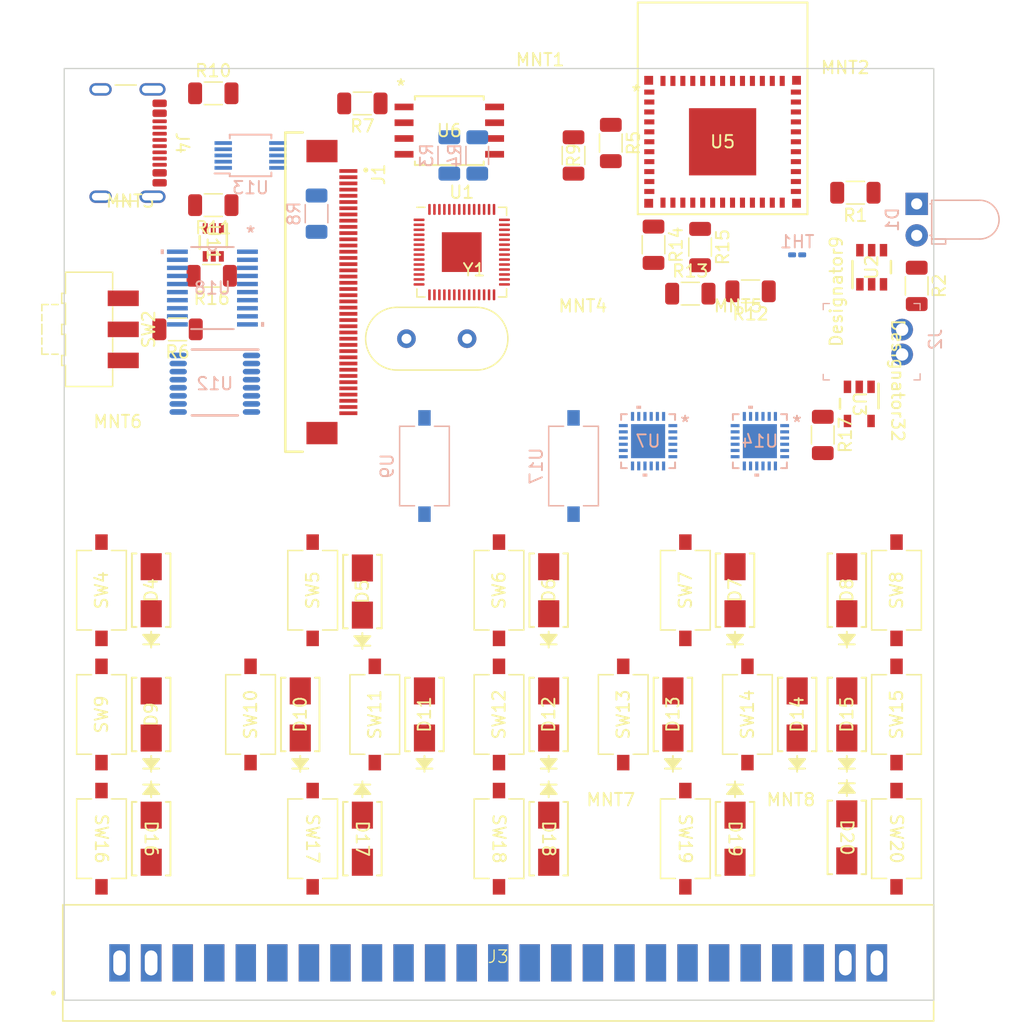
<source format=kicad_pcb>
(kicad_pcb (version 20221018) (generator pcbnew)
  (layers (0 "F.Cu" signal) (31 "B.Cu" signal) (34 "B.Paste" user) (35 "F.Paste" user) (36 "B.SilkS" user "B.Silkscreen") (37 "F.SilkS" user "F.Silkscreen") (38 "B.Mask" user) (39 "F.Mask" user) (44 "Edge.Cuts" user))
  (net 0 "")
  (net 1 "GND")
  (net 2 "Net-(U2-OUT)")
  (net 3 "/RP2040_UART0_TX")
  (net 4 "/RP2040_UART0_RX")
  (net 5 "/DISP_CONN/LEDA")
  (net 6 "/DISP_CONN/RESET")
  (net 7 "/DISP_CONN/DB15")
  (net 8 "/DISP_CONN/DB14")
  (net 9 "/DISP_CONN/DB13")
  (net 10 "/DISP_CONN/DB12")
  (net 11 "/DISP_CONN/DB11")
  (net 12 "/DISP_CONN/DB10")
  (net 13 "/DISP_CONN/DB9")
  (net 14 "/DISP_CONN/DB8")
  (net 15 "/DISP_CONN/DB7")
  (net 16 "/DISP_CONN/DB6")
  (net 17 "/DISP_CONN/DB5")
  (net 18 "/DISP_CONN/DB4")
  (net 19 "Net-(U1-XIN)")
  (net 20 "Net-(U1-XOUT)")
  (net 21 "Net-(U1-VREG_VOUT)")
  (net 22 "/RP2040_SWCLK")
  (net 23 "/RP2040_SWD")
  (net 24 "/DISP_CONN/DB3")
  (net 25 "/DISP_CONN/DB2")
  (net 26 "/DISP_CONN/DB1")
  (net 27 "/DISP_CONN/DB0")
  (net 28 "/DISP_CONN/RD")
  (net 29 "/DISP_CONN/WR")
  (net 30 "/DISP_CONN/RS (D{slash}C)")
  (net 31 "/DISP_CONN/CS")
  (net 32 "/RP2040_CHIP_EN_OUT")
  (net 34 "Net-(U1-USB_DM)")
  (net 35 "Net-(U1-USB_DP)")
  (net 36 "Net-(U1-QSPI_SD3)")
  (net 37 "Net-(U1-QSPI_SCLK)")
  (net 38 "Net-(U1-QSPI_SD0)")
  (net 39 "Net-(U1-QSPI_SD2)")
  (net 40 "Net-(U1-QSPI_SD1)")
  (net 41 "Net-(U1-QSPI_SS)")
  (net 42 "Net-(U2-TS)")
  (net 43 "Net-(D1-K)")
  (net 44 "Net-(U2-ISET)")
  (net 45 "VBUS")
  (net 48 "/RUN_MODE")
  (net 49 "/FLASH_LATCH")
  (net 50 "/LATCH_PULSE")
  (net 51 "+3.3V")
  (net 54 "/CHIP_EN")
  (net 55 "/GPIO_I2C_SDA")
  (net 56 "/GPIO_I2C_SCL")
  (net 57 "/64_GPIO_I2C/~{INT}")
  (net 58 "/64_GPIO_I2C/~{RESET}")
  (net 59 "/ESP32/D-")
  (net 60 "/ESP32/D+")
  (net 61 "/ESP32/IO_14")
  (net 63 "/ESP32/IO_18")
  (net 64 "/GPIO_I2C_INT")
  (net 65 "/ESP32/IO_20")
  (net 66 "/ESP32/IO_21")
  (net 67 "/ESP32/IO_22")
  (net 68 "/ESP32/IO_23")
  (net 73 "/KPA0")
  (net 74 "/KPA1")
  (net 75 "/KPA2")
  (net 76 "/KPA3")
  (net 77 "/KPA4")
  (net 78 "/KPA5")
  (net 79 "/KPA6")
  (net 80 "/KPA7")
  (net 81 "/KPA8")
  (net 82 "/KPA9")
  (net 83 "/KPA10")
  (net 84 "/KPA11")
  (net 85 "/KPA12")
  (net 86 "/KPA13")
  (net 87 "/KPA14")
  (net 88 "/KPA15")
  (net 93 "Net-(U12-B0)")
  (net 94 "/RP2040_BOOTPIN")
  (net 96 "/MODE_MUX/D+")
  (net 97 "/MODE_MUX/D-")
  (net 98 "/MODE_MUX/D- Y")
  (net 99 "/MODE_MUX/D+ Y")
  (net 100 "/KPB0")
  (net 101 "/KPB1")
  (net 102 "/KPB2")
  (net 103 "/KPB3")
  (net 104 "/KPB4")
  (net 105 "/KPB5")
  (net 106 "/KPB6")
  (net 107 "/KPB7")
  (net 108 "/KPB8")
  (net 109 "/KPB9")
  (net 110 "/KPB10")
  (net 111 "/KPB11")
  (net 112 "/KPB12")
  (net 113 "/KPB13")
  (net 114 "/KPB14")
  (net 115 "/KPB15")
  (net 117 "Net-(J4-CC1)")
  (net 119 "Net-(J4-CC2)")
  (net 121 "Net-(D1-A)")
  (net 122 "/PWR_RP2040")
  (net 137 "/MODE_PIN")
  (net 138 "/FLASH_PIN")
  (net 139 "/ESP32_UART0_RX")
  (net 140 "/ESP32_UART0_TX")
  (net 141 "/GLOBAL_RESET_PIN")
  (net 142 "VCC")
  (net 143 "Net-(SW2-B)")
  (net 144 "Net-(D4-A)")
  (net 145 "Net-(D5-A)")
  (net 146 "Net-(D6-A)")
  (net 147 "Net-(D7-A)")
  (net 148 "Net-(D8-A)")
  (net 149 "Net-(D9-A)")
  (net 150 "Net-(D10-A)")
  (net 151 "Net-(D11-A)")
  (net 152 "Net-(D12-A)")
  (net 153 "Net-(D13-A)")
  (net 154 "Net-(D14-A)")
  (net 155 "Net-(D15-A)")
  (net 156 "Net-(D16-A)")
  (net 157 "Net-(D17-A)")
  (net 158 "Net-(D18-A)")
  (net 159 "Net-(D19-A)")
  (net 160 "Net-(D20-A)")
  (net 161 "/ESP32/LP_UART_RXD")
  (net 162 "/ESP32/LP_UART_TXD")
  (net 163 "/ESP32/LP_UART_RTSN")
  (net 164 "/ESP32/LP_UART_CTSN")
  (footprint "footprints:SMA_SDS" (layer "F.Cu") (at 27 82 -90)
    (fp_text reference "D16" (at 0 0 -90 unlocked) (layer "F.SilkS"))
    (fp_text value "D_Small")
    (pad "1" smd rect (at -1.8951 0) (size 1.7018 2.173999) (layers "F.Cu" "F.Paste" "F.Mask") (net 114 "/KPB14"))
    (pad "2" smd rect (at 1.8951 0) (size 1.7018 2.173999) (layers "F.Cu" "F.Paste" "F.Mask") (net 156 "Net-(D16-A)"))
  )
  (footprint "Button_Switch_SMD:SW_Tactile_SPST_NO_Straight_CK_PTS636Sx25SMTRLFS" (layer "F.Cu") (at 70 62 90)
    (fp_text reference "SW7" (at 0 0 90 unlocked) (layer "F.SilkS"))
    (fp_text value "KP_HOME")
    (pad "1" smd rect (at -3.875 0 90) (size 1.25 1) (layers "F.Cu" "F.Paste" "F.Mask") (net 73 "/KPA0"))
    (pad "2" smd rect (at 3.875 0 90) (size 1.25 1) (layers "F.Cu" "F.Paste" "F.Mask") (net 147 "Net-(D7-A)"))
  )
  (footprint "footprints:DBV0005A_N" (layer "F.Cu") (at 84 47 -90)
    (fp_text reference "U3" (at 0 0 -90 unlocked) (layer "F.SilkS"))
    (fp_text value "TPS613221ADBVR")
    (fp_text user "Designator32" (at -1.8796 -3.0988 -90 unlocked) (layer "F.SilkS"))
    (pad "1" smd rect (at -1.375001 -0.950001) (size 0.599999 1) (layers "F.Cu" "F.Paste" "F.Mask") (net 2 "Net-(U2-OUT)"))
    (pad "2" smd rect (at -1.375001 0) (size 0.599999 1) (layers "F.Cu" "F.Paste" "F.Mask") (net 1 "GND"))
    (pad "3" smd rect (at -1.375001 0.949998) (size 0.599999 1) (layers "F.Cu" "F.Paste" "F.Mask"))
    (pad "4" smd rect (at 1.374999 0.949998) (size 0.599999 1) (layers "F.Cu" "F.Paste" "F.Mask") (net 142 "VCC"))
    (pad "5" smd rect (at 1.374999 -0.950001) (size 0.599999 1) (layers "F.Cu" "F.Paste" "F.Mask"))
  )
  (footprint "MountingHole:MountingHole_2.2mm_M2" (layer "F.Cu") (at 24.3125 51.625)
    (fp_text reference "MNT6" (at 0 -3.2) (layer "F.SilkS"))
    (fp_text value "MountingHole_2.2mm_M2")
    (pad "" np_thru_hole circle (at 0 0) (size 2.2 2.2) (drill 2.2) (layers "*.Cu" "*.Mask"))
  )
  (footprint "Resistor_SMD:R_1206_3216Metric" (layer "F.Cu") (at 29.125 41 180)
    (fp_text reference "R6" (at 0 -1.82) (layer "F.SilkS"))
    (fp_text value "10k")
    (pad "1" smd roundrect (at -1.4625 0 180) (size 1.125 1.75) (layers "F.Cu" "F.Paste" "F.Mask") (roundrect_rratio 0.2222222222) (net 137 "/MODE_PIN"))
    (pad "2" smd roundrect (at 1.4625 0 180) (size 1.125 1.75) (layers "F.Cu" "F.Paste" "F.Mask") (roundrect_rratio 0.2222222222) (net 143 "Net-(SW2-B)"))
  )
  (footprint "Resistor_SMD:R_1206_3216Metric" (layer "F.Cu") (at 81.0625 49.5 -90)
    (fp_text reference "R17" (at 0 -1.82 90) (layer "F.SilkS"))
    (fp_text value "10k")
    (pad "1" smd roundrect (at -1.4625 0 270) (size 1.125 1.75) (layers "F.Cu" "F.Paste" "F.Mask") (roundrect_rratio 0.2222222222) (net 142 "VCC"))
    (pad "2" smd roundrect (at 1.4625 0 270) (size 1.125 1.75) (layers "F.Cu" "F.Paste" "F.Mask") (roundrect_rratio 0.2222222222) (net 141 "/GLOBAL_RESET_PIN"))
  )
  (footprint "MountingHole:MountingHole_2.2mm_M2" (layer "F.Cu") (at 78.5 82.0625)
    (fp_text reference "MNT8" (at 0 -3.2) (layer "F.SilkS"))
    (fp_text value "MountingHole_2.2mm_M2")
    (pad "" np_thru_hole circle (at 0 0) (size 2.2 2.2) (drill 2.2) (layers "*.Cu" "*.Mask"))
  )
  (footprint "Button_Switch_SMD:SW_Tactile_SPST_NO_Straight_CK_PTS636Sx25SMTRLFS" (layer "F.Cu") (at 23 62 90)
    (fp_text reference "SW4" (at 0 0 90 unlocked) (layer "F.SilkS"))
    (fp_text value "KP_CTRL")
    (pad "1" smd rect (at -3.875 0 90) (size 1.25 1) (layers "F.Cu" "F.Paste" "F.Mask") (net 73 "/KPA0"))
    (pad "2" smd rect (at 3.875 0 90) (size 1.25 1) (layers "F.Cu" "F.Paste" "F.Mask") (net 144 "Net-(D4-A)"))
  )
  (footprint "Button_Switch_SMD:SW_Tactile_SPST_NO_Straight_CK_PTS636Sx25SMTRLFS" (layer "F.Cu") (at 35 72 90)
    (fp_text reference "SW10" (at 0 0 90 unlocked) (layer "F.SilkS"))
    (fp_text value "KP_MODLOCK")
    (pad "1" smd rect (at -3.875 0 90) (size 1.25 1) (layers "F.Cu" "F.Paste" "F.Mask") (net 73 "/KPA0"))
    (pad "2" smd rect (at 3.875 0 90) (size 1.25 1) (layers "F.Cu" "F.Paste" "F.Mask") (net 150 "Net-(D10-A)"))
  )
  (footprint "MountingHole:MountingHole_2.2mm_M2" (layer "F.Cu") (at 61.75 42.3125)
    (fp_text reference "MNT4" (at 0 -3.2) (layer "F.SilkS"))
    (fp_text value "MountingHole_2.2mm_M2")
    (pad "" np_thru_hole circle (at 0 0) (size 2.2 2.2) (drill 2.2) (layers "*.Cu" "*.Mask"))
  )
  (footprint "MountingHole:MountingHole_2.2mm_M2" (layer "F.Cu") (at 58.3125 22.5)
    (fp_text reference "MNT1" (at 0 -3.2) (layer "F.SilkS"))
    (fp_text value "MountingHole_2.2mm_M2")
    (pad "" np_thru_hole circle (at 0 0) (size 2.2 2.2) (drill 2.2) (layers "*.Cu" "*.Mask"))
  )
  (footprint "Button_Switch_SMD:SW_Tactile_SPST_NO_Straight_CK_PTS636Sx25SMTRLFS" (layer "F.Cu") (at 55 72 90)
    (fp_text reference "SW12" (at 0 0 90 unlocked) (layer "F.SilkS"))
    (fp_text value "KP_OK")
    (pad "1" smd rect (at -3.875 0 90) (size 1.25 1) (layers "F.Cu" "F.Paste" "F.Mask") (net 73 "/KPA0"))
    (pad "2" smd rect (at 3.875 0 90) (size 1.25 1) (layers "F.Cu" "F.Paste" "F.Mask") (net 152 "Net-(D12-A)"))
  )
  (footprint "Resistor_SMD:R_1206_3216Metric" (layer "F.Cu") (at 83.6875 30 180)
    (fp_text reference "R1" (at 0 -1.82) (layer "F.SilkS"))
    (fp_text value "1K")
    (pad "1" smd roundrect (at -1.4625 0 180) (size 1.125 1.75) (layers "F.Cu" "F.Paste" "F.Mask") (roundrect_rratio 0.2222222222) (net 44 "Net-(U2-ISET)"))
    (pad "2" smd roundrect (at 1.4625 0 180) (size 1.125 1.75) (layers "F.Cu" "F.Paste" "F.Mask") (roundrect_rratio 0.2222222222) (net 1 "GND"))
  )
  (footprint "Button_Switch_SMD:SW_Tactile_SPST_NO_Straight_CK_PTS636Sx25SMTRLFS" (layer "F.Cu") (at 87 72 90)
    (fp_text reference "SW15" (at 0 0 90 unlocked) (layer "F.SilkS"))
    (fp_text value "KP_PROG")
    (pad "1" smd rect (at -3.875 0 90) (size 1.25 1) (layers "F.Cu" "F.Paste" "F.Mask") (net 73 "/KPA0"))
    (pad "2" smd rect (at 3.875 0 90) (size 1.25 1) (layers "F.Cu" "F.Paste" "F.Mask") (net 155 "Net-(D15-A)"))
  )
  (footprint "Button_Switch_SMD:SW_Tactile_SPST_NO_Straight_CK_PTS636Sx25SMTRLFS" (layer "F.Cu") (at 55 62 90)
    (fp_text reference "SW6" (at 0 0 90 unlocked) (layer "F.SilkS"))
    (fp_text value "KP_UP")
    (pad "1" smd rect (at -3.875 0 90) (size 1.25 1) (layers "F.Cu" "F.Paste" "F.Mask") (net 73 "/KPA0"))
    (pad "2" smd rect (at 3.875 0 90) (size 1.25 1) (layers "F.Cu" "F.Paste" "F.Mask") (net 146 "Net-(D6-A)"))
  )
  (footprint "MountingHole:MountingHole_2.2mm_M2" (layer "F.Cu") (at 74.25 42.3125)
    (fp_text reference "MNT5" (at 0 -3.2) (layer "F.SilkS"))
    (fp_text value "MountingHole_2.2mm_M2")
    (pad "" np_thru_hole circle (at 0 0) (size 2.2 2.2) (drill 2.2) (layers "*.Cu" "*.Mask"))
  )
  (footprint "5530843_5:edgeport" (layer "F.Cu") (at 54.9375 92)
    (fp_text reference "J3" (at 0 -0.5 unlocked) (layer "F.SilkS") (effects (font (thickness 0.1))))
    (fp_text value "5530843-5")
    (pad "1" thru_hole rect (at -30.48 0) (size 1.6383 3) (drill oval 1 2) (layers "*.Cu" "*.Mask") (net 51 "+3.3V"))
    (pad "2" thru_hole rect (at -30.48 0) (size 1.6383 3) (drill oval 1 2) (layers "*.Cu" "*.Mask") (net 51 "+3.3V"))
    (pad "3" thru_hole rect (at -27.94 0) (size 1.6383 3) (drill oval 1 2) (layers "*.Cu" "*.Mask") (net 51 "+3.3V"))
    (pad "4" thru_hole rect (at -27.94 0) (size 1.6383 3) (drill oval 1 2) (layers "*.Cu" "*.Mask") (net 51 "+3.3V"))
    (pad "5" smd rect (at -25.4 0) (size 1.6383 3) (layers "B.Cu" "B.Paste" "B.Mask") (net 56 "/GPIO_I2C_SCL"))
    (pad "6" smd rect (at -25.4 0) (size 1.6383 3) (layers "F.Cu" "F.Paste" "F.Mask") (net 55 "/GPIO_I2C_SDA"))
    (pad "7" smd rect (at -22.86 0) (size 1.6383 3) (layers "B.Cu" "B.Paste" "B.Mask") (net 137 "/MODE_PIN"))
    (pad "8" smd rect (at -22.86 0) (size 1.6383 3) (layers "F.Cu" "F.Paste" "F.Mask") (net 64 "/GPIO_I2C_INT"))
    (pad "9" smd rect (at -20.32 0) (size 1.6383 3) (layers "B.Cu" "B.Paste" "B.Mask") (net 3 "/RP2040_UART0_TX"))
    (pad "10" smd rect (at -20.32 0) (size 1.6383 3) (layers "F.Cu" "F.Paste" "F.Mask") (net 4 "/RP2040_UART0_RX"))
    (pad "11" smd rect (at -17.78 0) (size 1.6383 3) (layers "B.Cu" "B.Paste" "B.Mask") (net 139 "/ESP32_UART0_RX"))
    (pad "12" smd rect (at -17.78 0) (size 1.6383 3) (layers "F.Cu" "F.Paste" "F.Mask") (net 140 "/ESP32_UART0_TX"))
    (pad "13" smd rect (at -15.24 0) (size 1.6383 3) (layers "B.Cu" "B.Paste" "B.Mask") (net 141 "/GLOBAL_RESET_PIN"))
    (pad "14" smd rect (at -15.24 0) (size 1.6383 3) (layers "F.Cu" "F.Paste" "F.Mask") (net 138 "/FLASH_PIN"))
    (pad "15" smd rect (at -12.7 0) (size 1.6383 3) (layers "B.Cu" "B.Paste" "B.Mask") (net 115 "/KPB15"))
    (pad "16" smd rect (at -12.7 0) (size 1.6383 3) (layers "F.Cu" "F.Paste" "F.Mask") (net 88 "/KPA15"))
    (pad "17" smd rect (at -10.16 0) (size 1.6383 3) (layers "B.Cu" "B.Paste" "B.Mask") (net 114 "/KPB14"))
    (pad "18" smd rect (at -10.16 0) (size 1.6383 3) (layers "F.Cu" "F.Paste" "F.Mask") (net 87 "/KPA14"))
    (pad "19" smd rect (at -7.62 0) (size 1.6383 3) (layers "B.Cu" "B.Paste" "B.Mask") (net 113 "/KPB13"))
    (pad "20" smd rect (at -7.62 0) (size 1.6383 3) (layers "F.Cu" "F.Paste" "F.Mask") (net 86 "/KPA13"))
    (pad "21" smd rect (at -5.08 0) (size 1.6383 3) (layers "B.Cu" "B.Paste" "B.Mask") (net 112 "/KPB12"))
    (pad "22" smd rect (at -5.08 0) (size 1.6383 3) (layers "F.Cu" "F.Paste" "F.Mask") (net 85 "/KPA12"))
    (pad "23" smd rect (at -2.54 0) (size 1.6383 3) (layers "B.Cu" "B.Paste" "B.Mask") (net 111 "/KPB11"))
    (pad "24" smd rect (at -2.54 0) (size 1.6383 3) (layers "F.Cu" "F.Paste" "F.Mask") (net 84 "/KPA11"))
    (pad "25" smd rect (at 0 0) (size 1.6383 3) (layers "B.Cu" "B.Paste" "B.Mask") (net 110 "/KPB10"))
    (pad "26" smd rect (at 0 0) (size 1.6383 3) (layers "F.Cu" "F.Paste" "F.Mask") (net 83 "/KPA10"))
    (pad "27" smd rect (at 2.54 0) (size 1.6383 3) (layers "B.Cu" "B.Paste" "B.Mask") (net 109 "/KPB9"))
    (pad "28" smd rect (at 2.54 0) (size 1.6383 3) (layers "F.Cu" "F.Paste" "F.Mask") (net 82 "/KPA9"))
    (pad "29" smd rect (at 5.08 0) (size 1.6383 3) (layers "B.Cu" "B.Paste" "B.Mask") (net 108 "/KPB8"))
    (pad "30" smd rect (at 5.08 0) (size 1.6383 3) (layers "F.Cu" "F.Paste" "F.Mask") (net 81 "/KPA8"))
    (pad "31" smd rect (at 7.62 0) (size 1.6383 3) (layers "B.Cu" "B.Paste" "B.Mask") (net 107 "/KPB7"))
    (pad "32" smd rect (at 7.62 0) (size 1.6383 3) (layers "F.Cu" "F.Paste" "F.Mask") (net 80 "/KPA7"))
    (pad "33" smd rect (at 10.16 0) (size 1.6383 3) (layers "B.Cu" "B.Paste" "B.Mask") (net 106 "/KPB6"))
    (pad "34" smd rect (at 10.16 0) (size 1.6383 3) (layers "F.Cu" "F.Paste" "F.Mask") (net 79 "/KPA6"))
    (pad "35" smd rect (at 12.7 0) (size 1.6383 3) (layers "B.Cu" "B.Paste" "B.Mask") (net 105 "/KPB5"))
    (pad "36" smd rect (at 12.7 0) (size 1.6383 3) (layers "F.Cu" "F.Paste" "F.Mask") (net 78 "/KPA5"))
    (pad "37" smd rect (at 15.24 0) (size 1.6383 3) (layers "B.Cu" "B.Paste" "B.Mask") (net 104 "/KPB4"))
    (pad "38" smd rect (at 15.24 0) (size 1.6383 3) (layers "F.Cu" "F.Paste" "F.Mask") (net 77 "/KPA4"))
    (pad "39" smd rect (at 17.78 0) (size 1.6383 3) (layers "B.Cu" "B.Paste" "B.Mask") (net 103 "/KPB3"))
    (pad "40" smd rect (at 17.78 0) (size 1.6383 3) (layers "F.Cu" "F.Paste" "F.Mask") (net 76 "/KPA3"))
    (pad "41" smd rect (at 20.32 0) (size 1.6383 3) (layers "B.Cu" "B.Paste" "B.Mask") (net 102 "/KPB2"))
    (pad "42" smd rect (at 20.32 0) (size 1.6383 3) (layers "F.Cu" "F.Paste" "F.Mask") (net 75 "/KPA2"))
    (pad "43" smd rect (at 22.86 0) (size 1.6383 3) (layers "B.Cu" "B.Paste" "B.Mask") (net 101 "/KPB1"))
    (pad "44" smd rect (at 22.86 0) (size 1.6383 3) (layers "F.Cu" "F.Paste" "F.Mask") (net 74 "/KPA1"))
    (pad "45" smd rect (at 25.4 0) (size 1.6383 3) (layers "B.Cu" "B.Paste" "B.Mask") (net 100 "/KPB0"))
    (pad "46" smd rect (at 25.4 0) (size 1.6383 3) (layers "F.Cu" "F.Paste" "F.Mask") (net 73 "/KPA0"))
    (pad "47" thru_hole rect (at 27.94 0) (size 1.6383 3) (drill oval 1 2) (layers "*.Cu" "*.Mask") (net 1 "GND"))
    (pad "48" thru_hole rect (at 27.94 0) (size 1.6383 3) (drill oval 1 2) (layers "*.Cu" "*.Mask") (net 1 "GND"))
    (pad "49" thru_hole rect (at 30.48 0) (size 1.6383 3) (drill oval 1 2) (layers "*.Cu" "*.Mask") (net 1 "GND"))
    (pad "50" thru_hole rect (at 30.48 0) (size 1.6383 3) (drill oval 1 2) (layers "*.Cu" "*.Mask") (net 1 "GND"))
  )
  (footprint "Button_Switch_SMD:SW_Tactile_SPST_NO_Straight_CK_PTS636Sx25SMTRLFS" (layer "F.Cu") (at 55 82 -90)
    (fp_text reference "SW18" (at 0 0 -90 unlocked) (layer "F.SilkS"))
    (fp_text value "KP_DOWN")
    (pad "1" smd rect (at -3.875 0 270) (size 1.25 1) (layers "F.Cu" "F.Paste" "F.Mask") (net 73 "/KPA0"))
    (pad "2" smd rect (at 3.875 0 270) (size 1.25 1) (layers "F.Cu" "F.Paste" "F.Mask") (net 158 "Net-(D18-A)"))
  )
  (footprint "Button_Switch_SMD:SW_SPDT_CK-JS102011SAQN" (layer "F.Cu") (at 22 41 -90)
    (fp_text reference "SW2" (at 0 -4.8 90) (layer "F.SilkS"))
    (fp_text value "MODE_SWITCH")
    (pad "" np_thru_hole circle (at -3.4 0 270) (size 0.9 0.9) (drill 0.9) (layers "*.Cu" "*.Mask"))
    (pad "" np_thru_hole circle (at 3.4 0 270) (size 0.9 0.9) (drill 0.9) (layers "*.Cu" "*.Mask"))
    (pad "1" smd rect (at -2.5 -2.75 270) (size 1.25 2.5) (layers "F.Cu" "F.Paste" "F.Mask") (net 51 "+3.3V"))
    (pad "2" smd rect (at 0 -2.75 270) (size 1.25 2.5) (layers "F.Cu" "F.Paste" "F.Mask") (net 143 "Net-(SW2-B)"))
    (pad "3" smd rect (at 2.5 -2.75 270) (size 1.25 2.5) (layers "F.Cu" "F.Paste" "F.Mask") (net 1 "GND"))
  )
  (footprint "footprints:SMA_SDS" (layer "F.Cu") (at 59 72 90)
    (fp_text reference "D12" (at 0 0 90 unlocked) (layer "F.SilkS"))
    (fp_text value "D_Small")
    (pad "1" smd rect (at -1.8951 0 180) (size 1.7018 2.173999) (layers "F.Cu" "F.Paste" "F.Mask") (net 108 "/KPB8"))
    (pad "2" smd rect (at 1.8951 0 180) (size 1.7018 2.173999) (layers "F.Cu" "F.Paste" "F.Mask") (net 152 "Net-(D12-A)"))
  )
  (footprint "footprints:SMA_SDS" (layer "F.Cu") (at 79 72 90)
    (fp_text reference "D14" (at 0 0 90 unlocked) (layer "F.SilkS"))
    (fp_text value "D_Small")
    (pad "1" smd rect (at -1.8951 0 180) (size 1.7018 2.173999) (layers "F.Cu" "F.Paste" "F.Mask") (net 103 "/KPB3"))
    (pad "2" smd rect (at 1.8951 0 180) (size 1.7018 2.173999) (layers "F.Cu" "F.Paste" "F.Mask") (net 154 "Net-(D14-A)"))
  )
  (footprint "Button_Switch_SMD:SW_Tactile_SPST_NO_Straight_CK_PTS636Sx25SMTRLFS" (layer "F.Cu") (at 87 62 90)
    (fp_text reference "SW8" (at 0 0 90 unlocked) (layer "F.SilkS"))
    (fp_text value "KP_POWER")
    (pad "1" smd rect (at -3.875 0 90) (size 1.25 1) (layers "F.Cu" "F.Paste" "F.Mask") (net 74 "/KPA1"))
    (pad "2" smd rect (at 3.875 0 90) (size 1.25 1) (layers "F.Cu" "F.Paste" "F.Mask") (net 148 "Net-(D8-A)"))
  )
  (footprint "footprints:DCK0006A_N" (layer "F.Cu") (at 32 34 -90)
    (fp_text reference "U11" (at 0 0 -90 unlocked) (layer "F.SilkS"))
    (fp_text value "TPS22919DCKR")
    (pad "1" smd rect (at -1.124999 -0.650001) (size 0.399999 0.850001) (layers "F.Cu" "F.Paste" "F.Mask") (net 51 "+3.3V"))
    (pad "2" smd rect (at -1.124999 0) (size 0.399999 0.850001) (layers "F.Cu" "F.Paste" "F.Mask") (net 1 "GND"))
    (pad "3" smd rect (at -1.124999 0.649999) (size 0.399999 0.850001) (layers "F.Cu" "F.Paste" "F.Mask") (net 48 "/RUN_MODE"))
    (pad "4" smd rect (at 1.125002 0.649999) (size 0.399999 0.850001) (layers "F.Cu" "F.Paste" "F.Mask"))
    (pad "5" smd rect (at 1.125002 0) (size 0.399999 0.850001) (layers "F.Cu" "F.Paste" "F.Mask"))
    (pad "6" smd rect (at 1.125002 -0.650001) (size 0.399999 0.850001) (layers "F.Cu" "F.Paste" "F.Mask") (net 122 "/PWR_RP2040"))
  )
  (footprint "Resistor_SMD:R_1206_3216Metric" (layer "F.Cu") (at 70.4 38.125)
    (fp_text reference "R13" (at 0 -1.82) (layer "F.SilkS"))
    (fp_text value "2k")
    (pad "1" smd roundrect (at -1.4625 0) (size 1.125 1.75) (layers "F.Cu" "F.Paste" "F.Mask") (roundrect_rratio 0.2222222222) (net 55 "/GPIO_I2C_SDA"))
    (pad "2" smd roundrect (at 1.4625 0) (size 1.125 1.75) (layers "F.Cu" "F.Paste" "F.Mask") (roundrect_rratio 0.2222222222) (net 51 "+3.3V"))
  )
  (footprint "Resistor_SMD:R_1206_3216Metric" (layer "F.Cu") (at 64 26 -90)
    (fp_text reference "R5" (at 0 -1.82 90) (layer "F.SilkS"))
    (fp_text value "10k")
    (pad "1" smd roundrect (at -1.4625 0 270) (size 1.125 1.75) (layers "F.Cu" "F.Paste" "F.Mask") (roundrect_rratio 0.2222222222) (net 51 "+3.3V"))
    (pad "2" smd roundrect (at 1.4625 0 270) (size 1.125 1.75) (layers "F.Cu" "F.Paste" "F.Mask") (roundrect_rratio 0.2222222222) (net 161 "/ESP32/LP_UART_RXD"))
  )
  (footprint "footprints:SMA_SDS" (layer "F.Cu") (at 59 82 -90)
    (fp_text reference "D18" (at 0 0 -90 unlocked) (layer "F.SilkS"))
    (fp_text value "D_Small")
    (pad "1" smd rect (at -1.8951 0) (size 1.7018 2.173999) (layers "F.Cu" "F.Paste" "F.Mask") (net 107 "/KPB7"))
    (pad "2" smd rect (at 1.8951 0) (size 1.7018 2.173999) (layers "F.Cu" "F.Paste" "F.Mask") (net 158 "Net-(D18-A)"))
  )
  (footprint "Button_Switch_SMD:SW_Tactile_SPST_NO_Straight_CK_PTS636Sx25SMTRLFS" (layer "F.Cu") (at 45 72 90)
    (fp_text reference "SW11" (at 0 0 90 unlocked) (layer "F.SilkS"))
    (fp_text value "KP_LEFT")
    (pad "1" smd rect (at -3.875 0 90) (size 1.25 1) (layers "F.Cu" "F.Paste" "F.Mask") (net 73 "/KPA0"))
    (pad "2" smd rect (at 3.875 0 90) (size 1.25 1) (layers "F.Cu" "F.Paste" "F.Mask") (net 151 "Net-(D11-A)"))
  )
  (footprint "footprints:SMA_SDS" (layer "F.Cu") (at 27 72 90)
    (fp_text reference "D9" (at 0 0 90 unlocked) (layer "F.SilkS"))
    (fp_text value "D_Small")
    (pad "1" smd rect (at -1.8951 0 180) (size 1.7018 2.173999) (layers "F.Cu" "F.Paste" "F.Mask") (net 115 "/KPB15"))
    (pad "2" smd rect (at 1.8951 0 180) (size 1.7018 2.173999) (layers "F.Cu" "F.Paste" "F.Mask") (net 149 "Net-(D9-A)"))
  )
  (footprint "Button_Switch_SMD:SW_Tactile_SPST_NO_Straight_CK_PTS636Sx25SMTRLFS" (layer "F.Cu") (at 23 82 -90)
    (fp_text reference "SW16" (at 0 0 -90 unlocked) (layer "F.SilkS"))
    (fp_text value "KP_MENU")
    (pad "1" smd rect (at -3.875 0 270) (size 1.25 1) (layers "F.Cu" "F.Paste" "F.Mask") (net 73 "/KPA0"))
    (pad "2" smd rect (at 3.875 0 270) (size 1.25 1) (layers "F.Cu" "F.Paste" "F.Mask") (net 156 "Net-(D16-A)"))
  )
  (footprint "footprints:SMA_SDS" (layer "F.Cu") (at 39 72 90)
    (fp_text reference "D10" (at 0 0 90 unlocked) (layer "F.SilkS"))
    (fp_text value "D_Small")
    (pad "1" smd rect (at -1.8951 0 180) (size 1.7018 2.173999) (layers "F.Cu" "F.Paste" "F.Mask") (net 113 "/KPB13"))
    (pad "2" smd rect (at 1.8951 0 180) (size 1.7018 2.173999) (layers "F.Cu" "F.Paste" "F.Mask") (net 150 "Net-(D10-A)"))
  )
  (footprint "footprints:SMA_SDS" (layer "F.Cu") (at 69 72 90)
    (fp_text reference "D13" (at 0 0 90 unlocked) (layer "F.SilkS"))
    (fp_text value "D_Small")
    (pad "1" smd rect (at -1.8951 0 180) (size 1.7018 2.173999) (layers "F.Cu" "F.Paste" "F.Mask") (net 106 "/KPB6"))
    (pad "2" smd rect (at 1.8951 0 180) (size 1.7018 2.173999) (layers "F.Cu" "F.Paste" "F.Mask") (net 153 "Net-(D13-A)"))
  )
  (footprint "Resistor_SMD:R_1206_3216Metric" (layer "F.Cu") (at 71.1875 34.375 -90)
    (fp_text reference "R15" (at 0 -1.82 90) (layer "F.SilkS"))
    (fp_text value "2k")
    (pad "1" smd roundrect (at -1.4625 0 270) (size 1.125 1.75) (layers "F.Cu" "F.Paste" "F.Mask") (roundrect_rratio 0.2222222222) (net 57 "/64_GPIO_I2C/~{INT}"))
    (pad "2" smd roundrect (at 1.4625 0 270) (size 1.125 1.75) (layers "F.Cu" "F.Paste" "F.Mask") (roundrect_rratio 0.2222222222) (net 51 "+3.3V"))
  )
  (footprint "footprints:DBV0006A_N" (layer "F.Cu") (at 85 36 90)
    (fp_text reference "U2" (at 0 0 90 unlocked) (layer "F.SilkS"))
    (fp_text value "BQ21040DBVR")
    (fp_text user "Designator9" (at -1.9558 -2.8448 90 unlocked) (layer "F.SilkS"))
    (pad "1" smd rect (at -1.375001 -0.950001 180) (size 0.599999 1) (layers "F.Cu" "F.Paste" "F.Mask") (net 42 "Net-(U2-TS)"))
    (pad "2" smd rect (at -1.375001 0 180) (size 0.599999 1) (layers "F.Cu" "F.Paste" "F.Mask") (net 2 "Net-(U2-OUT)"))
    (pad "3" smd rect (at -1.375001 0.949998 180) (size 0.599999 1) (layers "F.Cu" "F.Paste" "F.Mask") (net 43 "Net-(D1-K)"))
    (pad "4" smd rect (at 1.374999 0.949998 180) (size 0.599999 1) (layers "F.Cu" "F.Paste" "F.Mask") (net 44 "Net-(U2-ISET)"))
    (pad "5" smd rect (at 1.374999 0 180) (size 0.599999 1) (layers "F.Cu" "F.Paste" "F.Mask") (net 1 "GND"))
    (pad "6" smd rect (at 1.374999 -0.950001 180) (size 0.599999 1) (layers "F.Cu" "F.Paste" "F.Mask") (net 45 "VBUS"))
  )
  (footprint "footprints:SMA_SDS" (layer "F.Cu") (at 74 82 -90)
    (fp_text reference "D19" (at 0 0 -90 unlocked) (layer "F.SilkS"))
    (fp_text value "D_Small")
    (pad "1" smd rect (at -1.8951 0) (size 1.7018 2.173999) (layers "F.Cu" "F.Paste" "F.Mask") (net 104 "/KPB4"))
    (pad "2" smd rect (at 1.8951 0) (size 1.7018 2.173999) (layers "F.Cu" "F.Paste" "F.Mask") (net 159 "Net-(D19-A)"))
  )
  (footprint "Package_DFN_QFN:QFN-56-1EP_7x7mm_P0.4mm_EP3.2x3.2mm" (layer "F.Cu") (at 52 34.78125)
    (fp_text reference "U1" (at 0 -4.82) (layer "F.SilkS"))
    (fp_text value "RP2040")
    (pad "1" smd roundrect (at -3.4375 -2.6) (size 0.875 0.2) (layers "F.Cu" "F.Paste" "F.Mask") (net 122 "/PWR_RP2040"))
    (pad "2" smd roundrect (at -3.4375 -2.2) (size 0.875 0.2) (layers "F.Cu" "F.Paste" "F.Mask") (net 3 "/RP2040_UART0_TX"))
    (pad "3" smd roundrect (at -3.4375 -1.8) (size 0.875 0.2) (layers "F.Cu" "F.Paste" "F.Mask") (net 4 "/RP2040_UART0_RX"))
    (pad "4" smd roundrect (at -3.4375 -1.4) (size 0.875 0.2) (layers "F.Cu" "F.Paste" "F.Mask") (net 5 "/DISP_CONN/LEDA"))
    (pad "5" smd roundrect (at -3.4375 -1) (size 0.875 0.2) (layers "F.Cu" "F.Paste" "F.Mask") (net 6 "/DISP_CONN/RESET"))
    (pad "6" smd roundrect (at -3.4375 -0.6) (size 0.875 0.2) (layers "F.Cu" "F.Paste" "F.Mask") (net 7 "/DISP_CONN/DB15"))
    (pad "7" smd roundrect (at -3.4375 -0.2) (size 0.875 0.2) (layers "F.Cu" "F.Paste" "F.Mask") (net 8 "/DISP_CONN/DB14"))
    (pad "8" smd roundrect (at -3.4375 0.2) (size 0.875 0.2) (layers "F.Cu" "F.Paste" "F.Mask") (net 9 "/DISP_CONN/DB13"))
    (pad "9" smd roundrect (at -3.4375 0.6) (size 0.875 0.2) (layers "F.Cu" "F.Paste" "F.Mask") (net 10 "/DISP_CONN/DB12"))
    (pad "10" smd roundrect (at -3.4375 1) (size 0.875 0.2) (layers "F.Cu" "F.Paste" "F.Mask") (net 122 "/PWR_RP2040"))
    (pad "11" smd roundrect (at -3.4375 1.4) (size 0.875 0.2) (layers "F.Cu" "F.Paste" "F.Mask") (net 11 "/DISP_CONN/DB11"))
    (pad "12" smd roundrect (at -3.4375 1.8) (size 0.875 0.2) (layers "F.Cu" "F.Paste" "F.Mask") (net 12 "/DISP_CONN/DB10"))
    (pad "13" smd roundrect (at -3.4375 2.2) (size 0.875 0.2) (layers "F.Cu" "F.Paste" "F.Mask") (net 13 "/DISP_CONN/DB9"))
    (pad "14" smd roundrect (at -3.4375 2.6) (size 0.875 0.2) (layers "F.Cu" "F.Paste" "F.Mask") (net 14 "/DISP_CONN/DB8"))
    (pad "15" smd roundrect (at -2.6 3.4375) (size 0.2 0.875) (layers "F.Cu" "F.Paste" "F.Mask") (net 15 "/DISP_CONN/DB7"))
    (pad "16" smd roundrect (at -2.2 3.4375) (size 0.2 0.875) (layers "F.Cu" "F.Paste" "F.Mask") (net 16 "/DISP_CONN/DB6"))
    (pad "17" smd roundrect (at -1.8 3.4375) (size 0.2 0.875) (layers "F.Cu" "F.Paste" "F.Mask") (net 17 "/DISP_CONN/DB5"))
    (pad "18" smd roundrect (at -1.4 3.4375) (size 0.2 0.875) (layers "F.Cu" "F.Paste" "F.Mask") (net 18 "/DISP_CONN/DB4"))
    (pad "19" smd roundrect (at -1 3.4375) (size 0.2 0.875) (layers "F.Cu" "F.Paste" "F.Mask") (net 1 "GND"))
    (pad "20" smd roundrect (at -0.6 3.4375) (size 0.2 0.875) (layers "F.Cu" "F.Paste" "F.Mask") (net 19 "Net-(U1-XIN)"))
    (pad "21" smd roundrect (at -0.2 3.4375) (size 0.2 0.875) (layers "F.Cu" "F.Paste" "F.Mask") (net 20 "Net-(U1-XOUT)"))
    (pad "22" smd roundrect (at 0.2 3.4375) (size 0.2 0.875) (layers "F.Cu" "F.Paste" "F.Mask") (net 122 "/PWR_RP2040"))
    (pad "23" smd roundrect (at 0.6 3.4375) (size 0.2 0.875) (layers "F.Cu" "F.Paste" "F.Mask") (net 21 "Net-(U1-VREG_VOUT)"))
    (pad "24" smd roundrect (at 1 3.4375) (size 0.2 0.875) (layers "F.Cu" "F.Paste" "F.Mask") (net 22 "/RP2040_SWCLK"))
    (pad "25" smd roundrect (at 1.4 3.4375) (size 0.2 0.875) (layers "F.Cu" "F.Paste" "F.Mask") (net 23 "/RP2040_SWD"))
    (pad "26" smd roundrect (at 1.8 3.4375) (size 0.2 0.875) (layers "F.Cu" "F.Paste" "F.Mask") (net 122 "/PWR_RP2040"))
    (pad "27" smd roundrect (at 2.2 3.4375) (size 0.2 0.875) (layers "F.Cu" "F.Paste" "F.Mask") (net 24 "/DISP_CONN/DB3"))
    (pad "28" smd roundrect (at 2.6 3.4375) (size 0.2 0.875) (layers "F.Cu" "F.Paste" "F.Mask") (net 25 "/DISP_CONN/DB2"))
    (pad "29" smd roundrect (at 3.4375 2.6) (size 0.875 0.2) (layers "F.Cu" "F.Paste" "F.Mask") (net 26 "/DISP_CONN/DB1"))
    (pad "30" smd roundrect (at 3.4375 2.2) (size 0.875 0.2) (layers "F.Cu" "F.Paste" "F.Mask") (net 27 "/DISP_CONN/DB0"))
    (pad "31" smd roundrect (at 3.4375 1.8) (size 0.875 0.2) (layers "F.Cu" "F.Paste" "F.Mask") (net 28 "/DISP_CONN/RD"))
    (pad "32" smd roundrect (at 3.4375 1.4) (size 0.875 0.2) (layers "F.Cu" "F.Paste" "F.Mask") (net 29 "/DISP_CONN/WR"))
    (pad "33" smd roundrect (at 3.4375 1) (size 0.875 0.2) (layers "F.Cu" "F.Paste" "F.Mask") (net 122 "/PWR_RP2040"))
    (pad "34" smd roundrect (at 3.4375 0.6) (size 0.875 0.2) (layers "F.Cu" "F.Paste" "F.Mask") (net 30 "/DISP_CONN/RS (D{slash}C)"))
    (pad "35" smd roundrect (at 3.4375 0.2) (size 0.875 0.2) (layers "F.Cu" "F.Paste" "F.Mask") (net 31 "/DISP_CONN/CS"))
    (pad "36" smd roundrect (at 3.4375 -0.2) (size 0.875 0.2) (layers "F.Cu" "F.Paste" "F.Mask") (net 161 "/ESP32/LP_UART_RXD"))
    (pad "37" smd roundrect (at 3.4375 -0.6) (size 0.875 0.2) (layers "F.Cu" "F.Paste" "F.Mask") (net 162 "/ESP32/LP_UART_TXD"))
    (pad "38" smd roundrect (at 3.4375 -1) (size 0.875 0.2) (layers "F.Cu" "F.Paste" "F.Mask") (net 163 "/ESP32/LP_UART_RTSN"))
    (pad "39" smd roundrect (at 3.4375 -1.4) (size 0.875 0.2) (layers "F.Cu" "F.Paste" "F.Mask") (net 164 "/ESP32/LP_UART_CTSN"))
    (pad "40" smd roundrect (at 3.4375 -1.8) (size 0.875 0.2) (layers "F.Cu" "F.Paste" "F.Mask") (net 32 "/RP2040_CHIP_EN_OUT"))
    (pad "41" smd roundrect (at 3.4375 -2.2) (size 0.875 0.2) (layers "F.Cu" "F.Paste" "F.Mask"))
    (pad "42" smd roundrect (at 3.4375 -2.6) (size 0.875 0.2) (layers "F.Cu" "F.Paste" "F.Mask") (net 122 "/PWR_RP2040"))
    (pad "43" smd roundrect (at 2.6 -3.4375) (size 0.2 0.875) (layers "F.Cu" "F.Paste" "F.Mask") (net 122 "/PWR_RP2040"))
    (pad "44" smd roundrect (at 2.2 -3.4375) (size 0.2 0.875) (layers "F.Cu" "F.Paste" "F.Mask") (net 122 "/PWR_RP2040"))
    (pad "45" smd roundrect (at 1.8 -3.4375) (size 0.2 0.875) (layers "F.Cu" "F.Paste" "F.Mask") (net 21 "Net-(U1-VREG_VOUT)"))
    (pad "46" smd roundrect (at 1.4 -3.4375) (size 0.2 0.875) (layers "F.Cu" "F.Paste" "F.Mask") (net 34 "Net-(U1-USB_DM)"))
    (pad "47" smd roundrect (at 1 -3.4375) (size 0.2 0.875) (layers "F.Cu" "F.Paste" "F.Mask") (net 35 "Net-(U1-USB_DP)"))
    (pad "48" smd roundrect (at 0.6 -3.4375) (size 0.2 0.875) (layers "F.Cu" "F.Paste" "F.Mask") (net 122 "/PWR_RP2040"))
    (pad "49" smd roundrect (at 0.2 -3.4375) (size 0.2 0.875) (layers "F.Cu" "F.Paste" "F.Mask") (net 122 "/PWR_RP2040"))
    (pad "50" smd roundrect (at -0.2 -3.4375) (size 0.2 0.875) (layers "F.Cu" "F.Paste" "F.Mask") (net 21 "Net-(U1-VREG_VOUT)"))
    (pad "51" smd roundrect (at -0.6 -3.4375) (size 0.2 0.875) (layers "F.Cu" "F.Paste" "F.Mask") (net 36 "Net-(U1-QSPI_SD3)"))
    (pad "52" smd roundrect (at -1 -3.4375) (size 0.2 0.875) (layers "F.Cu" "F.Paste" "F.Mask") (net 37 "Net-(U1-QSPI_SCLK)"))
    (pad "53" smd roundrect (at -1.4 -3.4375) (size 0.2 0.875) (layers "F.Cu" "F.Paste" "F.Mask") (net 38 "Net-(U1-QSPI_SD0)"))
    (pad "54" smd roundrect (at -1.8 -3.4375) (size 0.2 0.875) (layers "F.Cu" "F.Paste" "F.Mask") (net 39 "Net-(U1-QSPI_SD2)"))
    (pad "55" smd roundrect (at -2.2 -3.4375) (size 0.2 0.875) (layers "F.Cu" "F.Paste" "F.Mask") (net 40 "Net-(U1-QSPI_SD1)"))
    (pad "56" smd roundrect (at -2.6 -3.4375) (size 0.2 0.875) (layers "F.Cu" "F.Paste" "F.Mask") (net 41 "Net-(U1-QSPI_SS)"))
    (pad "57" smd rect (at 0 0) (size 3.2 3.2) (layers "F.Cu" "F.Mask") (net 1 "GND"))
  )
  (footprint "footprints:SOIC-8_5P28X5P28_WIN" (layer "F.Cu") (at 51 25)
    (fp_text reference "U6" (at 0 0 unlocked) (layer "F.SilkS"))
    (fp_text value "W25Q32JVSSIQ")
    (fp_text user "*" (at -3.8989 -3.5814) (layer "F.SilkS"))
    (fp_text user "*" (at -3.8989 -3.5814 unlocked) (layer "F.SilkS"))
    (pad "1" smd rect (at -3.6449 -1.905) (size 1.524 0.5334) (layers "F.Cu" "F.Paste" "F.Mask") (net 41 "Net-(U1-QSPI_SS)"))
    (pad "2" smd rect (at -3.6449 -0.635) (size 1.524 0.5334) (layers "F.Cu" "F.Paste" "F.Mask") (net 40 "Net-(U1-QSPI_SD1)"))
    (pad "3" smd rect (at -3.6449 0.635) (size 1.524 0.5334) (layers "F.Cu" "F.Paste" "F.Mask") (net 39 "Net-(U1-QSPI_SD2)"))
    (pad "4" smd rect (at -3.6449 1.905) (size 1.524 0.5334) (layers "F.Cu" "F.Paste" "F.Mask") (net 1 "GND"))
    (pad "5" smd rect (at 3.6449 1.905) (size 1.524 0.5334) (layers "F.Cu" "F.Paste" "F.Mask") (net 38 "Net-(U1-QSPI_SD0)"))
    (pad "6" smd rect (at 3.6449 0.635) (size 1.524 0.5334) (layers "F.Cu" "F.Paste" "F.Mask") (net 37 "Net-(U1-QSPI_SCLK)"))
    (pad "7" smd rect (at 3.6449 -0.635) (size 1.524 0.5334) (layers "F.Cu" "F.Paste" "F.Mask") (net 36 "Net-(U1-QSPI_SD3)"))
    (pad "8" smd rect (at 3.6449 -1.905) (size 1.524 0.5334) (layers "F.Cu" "F.Paste" "F.Mask") (net 122 "/PWR_RP2040"))
  )
  (footprint "Button_Switch_SMD:SW_Tactile_SPST_NO_Straight_CK_PTS636Sx25SMTRLFS" (layer "F.Cu") (at 87 82 -90)
    (fp_text reference "SW20" (at 0 0 -90 unlocked) (layer "F.SilkS"))
    (fp_text value "KP_FUNCS")
    (pad "1" smd rect (at -3.875 0 270) (size 1.25 1) (layers "F.Cu" "F.Paste" "F.Mask") (net 73 "/KPA0"))
    (pad "2" smd rect (at 3.875 0 270) (size 1.25 1) (layers "F.Cu" "F.Paste" "F.Mask") (net 160 "Net-(D20-A)"))
  )
  (footprint "footprints:SMA_SDS" (layer "F.Cu") (at 44 62.1049 90)
    (fp_text reference "D5" (at 0 0 90 unlocked) (layer "F.SilkS"))
    (fp_text value "D_Small")
    (pad "1" smd rect (at -1.8951 0 180) (size 1.7018 2.173999) (layers "F.Cu" "F.Paste" "F.Mask") (net 112 "/KPB12"))
    (pad "2" smd rect (at 1.8951 0 180) (size 1.7018 2.173999) (layers "F.Cu" "F.Paste" "F.Mask") (net 145 "Net-(D5-A)"))
  )
  (footprint "footprints:ESP32-C6_EXP" (layer "F.Cu") (at 73 23.210928)
    (fp_text reference "U5" (at 0 2.689073 unlocked) (layer "F.SilkS"))
    (fp_text value "ESP32-C6-MINI-1-H4")
    (fp_text user "*" (at -6.9414 -1.311427) (layer "F.SilkS"))
    (fp_text user "*" (at -6.9414 -1.311427 unlocked) (layer "F.SilkS"))
    (pad "1" smd rect (at -5.899998 -1.311427) (size 0.8128 0.4064) (layers "F.Cu" "F.Paste" "F.Mask") (net 1 "GND"))
    (pad "2" smd rect (at -5.899998 -0.511327) (size 0.8128 0.4064) (layers "F.Cu" "F.Paste" "F.Mask") (net 1 "GND"))
    (pad "3" smd rect (at -5.899998 0.288773) (size 0.8128 0.4064) (layers "F.Cu" "F.Paste" "F.Mask") (net 51 "+3.3V"))
    (pad "4" smd rect (at -5.899998 1.088873) (size 0.8128 0.4064) (layers "F.Cu" "F.Paste" "F.Mask"))
    (pad "5" smd rect (at -5.899998 1.888973) (size 0.8128 0.4064) (layers "F.Cu" "F.Paste" "F.Mask") (net 163 "/ESP32/LP_UART_RTSN"))
    (pad "6" smd rect (at -5.899998 2.689073) (size 0.8128 0.4064) (layers "F.Cu" "F.Paste" "F.Mask") (net 164 "/ESP32/LP_UART_CTSN"))
    (pad "7" smd rect (at -5.899998 3.489173) (size 0.8128 0.4064) (layers "F.Cu" "F.Paste" "F.Mask"))
    (pad "8" smd rect (at -5.899998 4.289273) (size 0.8128 0.4064) (layers "F.Cu" "F.Paste" "F.Mask") (net 54 "/CHIP_EN"))
    (pad "9" smd rect (at -5.899998 5.089373) (size 0.8128 0.4064) (layers "F.Cu" "F.Paste" "F.Mask") (net 161 "/ESP32/LP_UART_RXD"))
    (pad "10" smd rect (at -5.899998 5.889473) (size 0.8128 0.4064) (layers "F.Cu" "F.Paste" "F.Mask") (net 162 "/ESP32/LP_UART_TXD"))
    (pad "11" smd rect (at -5.899998 6.689573) (size 0.8128 0.4064) (layers "F.Cu" "F.Paste" "F.Mask") (net 1 "GND"))
    (pad "12" smd rect (at -4.8006 7.589073 90) (size 0.8128 0.4064) (layers "F.Cu" "F.Paste" "F.Mask") (net 56 "/GPIO_I2C_SCL"))
    (pad "13" smd rect (at -4.0005 7.589073 90) (size 0.8128 0.4064) (layers "F.Cu" "F.Paste" "F.Mask") (net 55 "/GPIO_I2C_SDA"))
    (pad "14" smd rect (at -3.2004 7.589073 90) (size 0.8128 0.4064) (layers "F.Cu" "F.Paste" "F.Mask") (net 1 "GND"))
    (pad "15" smd rect (at -2.4003 7.589073 90) (size 0.8128 0.4064) (layers "F.Cu" "F.Paste" "F.Mask") (net 57 "/64_GPIO_I2C/~{INT}"))
    (pad "16" smd rect (at -1.6002 7.589073 90) (size 0.8128 0.4064) (layers "F.Cu" "F.Paste" "F.Mask") (net 58 "/64_GPIO_I2C/~{RESET}"))
    (pad "17" smd rect (at -0.8001 7.589073 90) (size 0.8128 0.4064) (layers "F.Cu" "F.Paste" "F.Mask") (net 59 "/ESP32/D-"))
    (pad "18" smd rect (at 0 7.589073 90) (size 0.8128 0.4064) (layers "F.Cu" "F.Paste" "F.Mask") (net 60 "/ESP32/D+"))
    (pad "19" smd rect (at 0.8001 7.589073 90) (size 0.8128 0.4064) (layers "F.Cu" "F.Paste" "F.Mask") (net 61 "/ESP32/IO_14"))
    (pad "20" smd rect (at 1.6002 7.589073 90) (size 0.8128 0.4064) (layers "F.Cu" "F.Paste" "F.Mask") (net 1 "GND"))
    (pad "21" smd rect (at 2.4003 7.589073 90) (size 0.8128 0.4064) (layers "F.Cu" "F.Paste" "F.Mask"))
    (pad "22" smd rect (at 3.2004 7.589073 90) (size 0.8128 0.4064) (layers "F.Cu" "F.Paste" "F.Mask") (net 51 "+3.3V"))
    (pad "23" smd rect (at 4.0005 7.589073 90) (size 0.8128 0.4064) (layers "F.Cu" "F.Paste" "F.Mask") (net 49 "/FLASH_LATCH"))
    (pad "24" smd rect (at 4.8006 7.589073 90) (size 0.8128 0.4064) (layers "F.Cu" "F.Paste" "F.Mask") (net 63 "/ESP32/IO_18"))
    (pad "25" smd rect (at 5.899998 6.689573) (size 0.8128 0.4064) (layers "F.Cu" "F.Paste" "F.Mask") (net 64 "/GPIO_I2C_INT"))
    (pad "26" smd rect (at 5.899998 5.889473) (size 0.8128 0.4064) (layers "F.Cu" "F.Paste" "F.Mask") (net 65 "/ESP32/IO_20"))
    (pad "27" smd rect (at 5.899998 5.089373) (size 0.8128 0.4064) (layers "F.Cu" "F.Paste" "F.Mask") (net 66 "/ESP32/IO_21"))
    (pad "28" smd rect (at 5.899998 4.289273) (size 0.8128 0.4064) (layers "F.Cu" "F.Paste" "F.Mask") (net 67 "/ESP32/IO_22"))
    (pad "29" smd rect (at 5.899998 3.489173) (size 0.8128 0.4064) (layers "F.Cu" "F.Paste" "F.Mask") (net 68 "/ESP32/IO_23"))
    (pad "30" smd rect (at 5.899998 2.689073) (size 0.8128 0.4064) (layers "F.Cu" "F.Paste" "F.Mask") (net 139 "/ESP32_UART0_RX"))
    (pad "31" smd rect (at 5.899998 1.888973) (size 0.8128 0.4064) (layers "F.Cu" "F.Paste" "F.Mask") (net 140 "/ESP32_UART0_TX"))
    (pad "32" smd rect (at 5.899998 1.088873) (size 0.8128 0.4064) (layers "F.Cu" "F.Paste" "F.Mask"))
    (pad "33" smd rect (at 5.899998 0.288773) (size 0.8128 0.4064) (layers "F.Cu" "F.Paste" "F.Mask"))
    (pad "34" smd rect (at 5.899998 -0.511327) (size 0.8128 0.4064) (layers "F.Cu" "F.Paste" "F.Mask"))
    (pad "35" smd rect (at 5.899998 -1.311427) (size 0.8128 0.4064) (layers "F.Cu" "F.Paste" "F.Mask"))
    (pad "36" smd rect (at 4.8006 -2.210928 90) (size 0.8128 0.4064) (layers "F.Cu" "F.Paste" "F.Mask") (net 1 "GND"))
    (pad "37" smd rect (at 4.0005 -2.210928 90) (size 0.8128 0.4064) (layers "F.Cu" "F.Paste" "F.Mask") (net 1 "GND"))
    (pad "38" smd rect (at 3.2004 -2.210928 90) (size 0.8128 0.4064) (layers "F.Cu" "F.Paste" "F.Mask") (net 1 "GND"))
    (pad "39" smd rect (at 2.4003 -2.210928 90) (size 0.8128 0.4064) (layers "F.Cu" "F.Paste" "F.Mask") (net 1 "GND"))
    (pad "40" smd rect (at 1.6002 -2.210928 90) (size 0.8128 0.4064) (layers "F.Cu" "F.Paste" "F.Mask") (net 1 "GND"))
    (pad "41" smd rect (at 0.8001 -2.210928 90) (size 0.8128 0.4064) (layers "F.Cu" "F.Paste" "F.Mask") (net 1 "GND"))
    (pad "42" smd rect (at 0 -2.210928 90) (size 0.8128 0.4064) (layers "F.Cu" "F.Paste" "F.Mask") (net 1 "GND"))
    (pad "43" smd rect (at -0.8001 -2.210928 90) (size 0.8128 0.4064) (layers "F.Cu" "F.Paste" "F.Mask") (net 1 "GND"))
    (pad "44" smd rect (at -1.6002 -2.210928 90) (size 0.8128 0.4064) (layers "F.Cu" "F.Paste" "F.Mask") (net 1 "GND"))
    (pad "45" smd rect (at -2.4003 -2.210928 90) (size 0.8128 0.4064) (layers "F.Cu" "F.Paste" "F.Mask") (net 1 "GND"))
    (pad "46" smd rect (at -3.2004 -2.210928 90) (size 0.8128 0.4064) (layers "F.Cu" "F.Paste" "F.Mask") (net 1 "GND"))
    (pad "47" smd rect (at -4.0005 -2.210928 90) (size 0.8128 0.4064) (layers "F.Cu" "F.Paste" "F.Mask") (net 1 "GND"))
    (pad "48" smd rect (at -4.8006 -2.210928 90) (size 0.8128 0.4064) (layers "F.Cu" "F.Paste" "F.Mask") (net 1 "GND"))
    (pad "49" smd rect (at 0 2.689073) (size 5.4102 5.4102) (layers "F.Cu" "F.Mask") (net 1 "GND"))
    (pad "50" smd rect (at 5.950788 7.639878) (size 0.7112 0.7112) (layers "F.Cu" "F.Paste" "F.Mask") (net 1 "GND"))
    (pad "51" smd rect (at 5.950788 -2.261728) (size 0.7112 0.7112) (layers "F.Cu" "F.Paste" "F.Mask") (net 1 "GND"))
    (pad "52" smd rect (at -5.950788 7.639878) (size 0.7112 0.7112) (layers "F.Cu" "F.Paste" "F.Mask") (net 1 "GND"))
    (pad "53" smd rect (at -5.950788 -2.261728) (size 0.7112 0.7112) (layers "F.Cu" "F.Paste" "F.Mask") (net 1 "GND"))
  )
  (footprint "Resistor_SMD:R_1206_3216Metric" (layer "F.Cu") (at 88.625 37.5 -90)
    (fp_text reference "R2" (at 0 -1.82 90) (layer "F.SilkS"))
    (fp_text value "1.5k")
    (pad "1" smd roundrect (at -1.4625 0 270) (size 1.125 1.75) (layers "F.Cu" "F.Paste" "F.Mask") (roundrect_rratio 0.2222222222) (net 121 "Net-(D1-A)"))
    (pad "2" smd roundrect (at 1.4625 0 270) (size 1.125 1.75) (layers "F.Cu" "F.Paste" "F.Mask") (roundrect_rratio 0.2222222222) (net 2 "Net-(U2-OUT)"))
  )
  (footprint "footprints:SMA_SDS" (layer "F.Cu") (at 59 62 90)
    (fp_text reference "D6" (at 0 0 90 unlocked) (layer "F.SilkS"))
    (fp_text value "D_Small")
    (pad "1" smd rect (at -1.8951 0 180) (size 1.7018 2.173999) (layers "F.Cu" "F.Paste" "F.Mask") (net 109 "/KPB9"))
    (pad "2" smd rect (at 1.8951 0 180) (size 1.7018 2.173999) (layers "F.Cu" "F.Paste" "F.Mask") (net 146 "Net-(D6-A)"))
  )
  (footprint "Button_Switch_SMD:SW_Tactile_SPST_NO_Straight_CK_PTS636Sx25SMTRLFS" (layer "F.Cu") (at 65 72 90)
    (fp_text reference "SW13" (at 0 0 90 unlocked) (layer "F.SilkS"))
    (fp_text value "KP_RIGHT")
    (pad "1" smd rect (at -3.875 0 90) (size 1.25 1) (layers "F.Cu" "F.Paste" "F.Mask") (net 73 "/KPA0"))
    (pad "2" smd rect (at 3.875 0 90) (size 1.25 1) (layers "F.Cu" "F.Paste" "F.Mask") (net 153 "Net-(D13-A)"))
  )
  (footprint "Button_Switch_SMD:SW_Tactile_SPST_NO_Straight_CK_PTS636Sx25SMTRLFS" (layer "F.Cu") (at 70 82 -90)
    (fp_text reference "SW19" (at 0 0 -90 unlocked) (layer "F.SilkS"))
    (fp_text value "KP_TASKS")
    (pad "1" smd rect (at -3.875 0 270) (size 1.25 1) (layers "F.Cu" "F.Paste" "F.Mask") (net 73 "/KPA0"))
    (pad "2" smd rect (at 3.875 0 270) (size 1.25 1) (layers "F.Cu" "F.Paste" "F.Mask") (net 159 "Net-(D19-A)"))
  )
  (footprint "Resistor_SMD:R_1206_3216Metric" (layer "F.Cu") (at 32 31 180)
    (fp_text reference "R11" (at 0 -1.82) (layer "F.SilkS"))
    (fp_text value "5.1k")
    (pad "1" smd roundrect (at -1.4625 0 180) (size 1.125 1.75) (layers "F.Cu" "F.Paste" "F.Mask") (roundrect_rratio 0.2222222222) (net 119 "Net-(J4-CC2)"))
    (pad "2" smd roundrect (at 1.4625 0 180) (size 1.125 1.75) (layers "F.Cu" "F.Paste" "F.Mask") (roundrect_rratio 0.2222222222) (net 1 "GND"))
  )
  (footprint "footprints:SMA_SDS" (layer "F.Cu") (at 74 62 90)
    (fp_text reference "D7" (at 0 0 90 unlocked) (layer "F.SilkS"))
    (fp_text value "D_Small")
    (pad "1" smd rect (at -1.8951 0 180) (size 1.7018 2.173999) (layers "F.Cu" "F.Paste" "F.Mask") (net 105 "/KPB5"))
    (pad "2" smd rect (at 1.8951 0 180) (size 1.7018 2.173999) (layers "F.Cu" "F.Paste" "F.Mask") (net 147 "Net-(D7-A)"))
  )
  (footprint "Resistor_SMD:R_1206_3216Metric" (layer "F.Cu") (at 75.25 37.9375 180)
    (fp_text reference "R12" (at 0 -1.82) (layer "F.SilkS"))
    (fp_text value "2k")
    (pad "1" smd roundrect (at -1.4625 0 180) (size 1.125 1.75) (layers "F.Cu" "F.Paste" "F.Mask") (roundrect_rratio 0.2222222222) (net 58 "/64_GPIO_I2C/~{RESET}"))
    (pad "2" smd roundrect (at 1.4625 0 180) (size 1.125 1.75) (layers "F.Cu" "F.Paste" "F.Mask") (roundrect_rratio 0.2222222222) (net 51 "+3.3V"))
  )
  (footprint "Resistor_SMD:R_1206_3216Metric" (layer "F.Cu") (at 31.875 36.6875 180)
    (fp_text reference "R16" (at 0 -1.82) (layer "F.SilkS"))
    (fp_text value "10k")
    (pad "1" smd roundrect (at -1.4625 0 180) (size 1.125 1.75) (layers "F.Cu" "F.Paste" "F.Mask") (roundrect_rratio 0.2222222222) (net 138 "/FLASH_PIN"))
    (pad "2" smd roundrect (at 1.4625 0 180) (size 1.125 1.75) (layers "F.Cu" "F.Paste" "F.Mask") (roundrect_rratio 0.2222222222) (net 51 "+3.3V"))
  )
  (footprint "MountingHole:MountingHole_2.2mm_M2" (layer "F.Cu") (at 25.3125 33.875)
    (fp_text reference "MNT3" (at 0 -3.2) (layer "F.SilkS"))
    (fp_text value "MountingHole_2.2mm_M2")
    (pad "" np_thru_hole circle (at 0 0) (size 2.2 2.2) (drill 2.2) (layers "*.Cu" "*.Mask"))
  )
  (footprint "footprints:GCT_FFC2B21-40-T_REVA" (layer "F.Cu") (at 42.875 38 -90)
    (fp_text reference "J1" (at -9.475 -2.435 90) (layer "F.SilkS"))
    (fp_text value "FFC2B21-40-T_REVA")
    (pad "1" smd rect (at -9.75 0 270) (size 0.3 1.45) (layers "F.Cu" "F.Paste" "F.Mask") (net 1 "GND"))
    (pad "2" smd rect (at -9.25 0 270) (size 0.3 1.45) (layers "F.Cu" "F.Paste" "F.Mask") (net 5 "/DISP_CONN/LEDA"))
    (pad "3" smd rect (at -8.75 0 270) (size 0.3 1.45) (layers "F.Cu" "F.Paste" "F.Mask") (net 1 "GND"))
    (pad "4" smd rect (at -8.25 0 270) (size 0.3 1.45) (layers "F.Cu" "F.Paste" "F.Mask"))
    (pad "5" smd rect (at -7.75 0 270) (size 0.3 1.45) (layers "F.Cu" "F.Paste" "F.Mask"))
    (pad "6" smd rect (at -7.25 0 270) (size 0.3 1.45) (layers "F.Cu" "F.Paste" "F.Mask"))
    (pad "7" smd rect (at -6.75 0 270) (size 0.3 1.45) (layers "F.Cu" "F.Paste" "F.Mask"))
    (pad "8" smd rect (at -6.25 0 270) (size 0.3 1.45) (layers "F.Cu" "F.Paste" "F.Mask"))
    (pad "9" smd rect (at -5.75 0 270) (size 0.3 1.45) (layers "F.Cu" "F.Paste" "F.Mask"))
    (pad "10" smd rect (at -5.25 0 270) (size 0.3 1.45) (layers "F.Cu" "F.Paste" "F.Mask"))
    (pad "11" smd rect (at -4.75 0 270) (size 0.3 1.45) (layers "F.Cu" "F.Paste" "F.Mask"))
    (pad "12" smd rect (at -4.25 0 270) (size 0.3 1.45) (layers "F.Cu" "F.Paste" "F.Mask") (net 122 "/PWR_RP2040"))
    (pad "13" smd rect (at -3.75 0 270) (size 0.3 1.45) (layers "F.Cu" "F.Paste" "F.Mask") (net 6 "/DISP_CONN/RESET"))
    (pad "14" smd rect (at -3.25 0 270) (size 0.3 1.45) (layers "F.Cu" "F.Paste" "F.Mask") (net 1 "GND"))
    (pad "15" smd rect (at -2.75 0 270) (size 0.3 1.45) (layers "F.Cu" "F.Paste" "F.Mask"))
    (pad "16" smd rect (at -2.25 0 270) (size 0.3 1.45) (layers "F.Cu" "F.Paste" "F.Mask"))
    (pad "17" smd rect (at -1.75 0 270) (size 0.3 1.45) (layers "F.Cu" "F.Paste" "F.Mask") (net 7 "/DISP_CONN/DB15"))
    (pad "18" smd rect (at -1.25 0 270) (size 0.3 1.45) (layers "F.Cu" "F.Paste" "F.Mask") (net 8 "/DISP_CONN/DB14"))
    (pad "19" smd rect (at -0.75 0 270) (size 0.3 1.45) (layers "F.Cu" "F.Paste" "F.Mask") (net 9 "/DISP_CONN/DB13"))
    (pad "20" smd rect (at -0.25 0 270) (size 0.3 1.45) (layers "F.Cu" "F.Paste" "F.Mask") (net 10 "/DISP_CONN/DB12"))
    (pad "21" smd rect (at 0.25 0 270) (size 0.3 1.45) (layers "F.Cu" "F.Paste" "F.Mask") (net 11 "/DISP_CONN/DB11"))
    (pad "22" smd rect (at 0.75 0 270) (size 0.3 1.45) (layers "F.Cu" "F.Paste" "F.Mask") (net 12 "/DISP_CONN/DB10"))
    (pad "23" smd rect (at 1.25 0 270) (size 0.3 1.45) (layers "F.Cu" "F.Paste" "F.Mask") (net 13 "/DISP_CONN/DB9"))
    (pad "24" smd rect (at 1.75 0 270) (size 0.3 1.45) (layers "F.Cu" "F.Paste" "F.Mask") (net 14 "/DISP_CONN/DB8"))
    (pad "25" smd rect (at 2.25 0 270) (size 0.3 1.45) (layers "F.Cu" "F.Paste" "F.Mask") (net 15 "/DISP_CONN/DB7"))
    (pad "26" smd rect (at 2.75 0 270) (size 0.3 1.45) (layers "F.Cu" "F.Paste" "F.Mask") (net 16 "/DISP_CONN/DB6"))
    (pad "27" smd rect (at 3.25 0 270) (size 0.3 1.45) (layers "F.Cu" "F.Paste" "F.Mask") (net 17 "/DISP_CONN/DB5"))
    (pad "28" smd rect (at 3.75 0 270) (size 0.3 1.45) (layers "F.Cu" "F.Paste" "F.Mask") (net 18 "/DISP_CONN/DB4"))
    (pad "29" smd rect (at 4.25 0 270) (size 0.3 1.45) (layers "F.Cu" "F.Paste" "F.Mask") (net 24 "/DISP_CONN/DB3"))
    (pad "30" smd rect (at 4.75 0 270) (size 0.3 1.45) (layers "F.Cu" "F.Paste" "F.Mask") (net 25 "/DISP_CONN/DB2"))
    (pad "31" smd rect (at 5.25 0 270) (size 0.3 1.45) (layers "F.Cu" "F.Paste" "F.Mask") (net 26 "/DISP_CONN/DB1"))
    (pad "32" smd rect (at 5.75 0 270) (size 0.3 1.45) (layers "F.Cu" "F.Paste" "F.Mask") (net 27 "/DISP_CONN/DB0"))
    (pad "33" smd rect (at 6.25 0 270) (size 0.3 1.45) (layers "F.Cu" "F.Paste" "F.Mask") (net 28 "/DISP_CONN/RD"))
    (pad "34" smd rect (at 6.75 0 270) (size 0.3 1.45) (layers "F.Cu" "F.Paste" "F.Mask") (net 29 "/DISP_CONN/WR"))
    (pad "35" smd rect (at 7.25 0 270) (size 0.3 1.45) (layers "F.Cu" "F.Paste" "F.Mask") (net 30 "/DISP_CONN/RS (D{slash}C)"))
    (pad "36" smd rect (at 7.75 0 270) (size 0.3 1.45) (layers "F.Cu" "F.Paste" "F.Mask") (net 31 "/DISP_CONN/CS"))
    (pad "37" smd rect (at 8.25 0 270) (size 0.3 1.45) (layers "F.Cu" "F.Paste" "F.Mask"))
    (pad "38" smd rect (at 8.75 0 270) (size 0.3 1.45) (layers "F.Cu" "F.Paste" "F.Mask"))
    (pad "39" smd rect (at 9.25 0 270) (size 0.3 1.45) (layers "F.Cu" "F.Paste" "F.Mask"))
    (pad "40" smd rect (at 9.75 0 270) (size 0.3 1.45) (layers "F.Cu" "F.Paste" "F.Mask"))
    (pad "S1" smd rect (at -11.35 2.125 270) (size 1.8 2.5) (layers "F.Cu" "F.Paste" "F.Mask") (net 1 "GND"))
    (pad "S2" smd rect (at 11.35 2.125 270) (size 1.8 2.5) (layers "F.Cu" "F.Paste" "F.Mask") (net 1 "GND"))
  )
  (footprint "footprints:SMA_SDS" (layer "F.Cu") (at 27 62 90)
    (fp_text reference "D4" (at 0 0 90 unlocked) (layer "F.SilkS"))
    (fp_text value "D_Small")
    (pad "1" smd rect (at -1.8951 0 180) (size 1.7018 2.173999) (layers "F.Cu" "F.Paste" "F.Mask") (net 100 "/KPB0"))
    (pad "2" smd rect (at 1.8951 0 180) (size 1.7018 2.173999) (layers "F.Cu" "F.Paste" "F.Mask") (net 144 "Net-(D4-A)"))
  )
  (footprint "Crystal:Crystal_HC49-4H_Vertical" (layer "F.Cu") (at 47.55 41.75)
    (fp_text reference "Y1" (at 5.44 -5.54375) (layer "F.SilkS"))
    (fp_text value "12MHz")
    (pad "1" thru_hole circle (at 0 0) (size 1.5 1.5) (drill 0.8) (layers "*.Cu" "*.Mask") (net 19 "Net-(U1-XIN)"))
    (pad "2" thru_hole circle (at 4.88 0) (size 1.5 1.5) (drill 0.8) (layers "*.Cu" "*.Mask") (net 20 "Net-(U1-XOUT)"))
  )
  (footprint "footprints:SMA_SDS" (layer "F.Cu") (at 49 72 90)
    (fp_text reference "D11" (at 0 0 90 unlocked) (layer "F.SilkS"))
    (fp_text value "D_Small")
    (pad "1" smd rect (at -1.8951 0 180) (size 1.7018 2.173999) (layers "F.Cu" "F.Paste" "F.Mask") (net 110 "/KPB10"))
    (pad "2" smd rect (at 1.8951 0 180) (size 1.7018 2.173999) (layers "F.Cu" "F.Paste" "F.Mask") (net 151 "Net-(D11-A)"))
  )
  (footprint "Resistor_SMD:R_1206_3216Metric" (layer "F.Cu") (at 67.4375 34.1875 -90)
    (fp_text reference "R14" (at 0 -1.82 -270) (layer "F.SilkS"))
    (fp_text value "2k")
    (pad "1" smd roundrect (at -1.4625 0 270) (size 1.125 1.75) (layers "F.Cu" "F.Paste" "F.Mask") (roundrect_rratio 0.2222222222) (net 56 "/GPIO_I2C_SCL"))
    (pad "2" smd roundrect (at 1.4625 0 270) (size 1.125 1.75) (layers "F.Cu" "F.Paste" "F.Mask") (roundrect_rratio 0.2222222222) (net 51 "+3.3V"))
  )
  (footprint "Resistor_SMD:R_1206_3216Metric" (layer "F.Cu") (at 44 22.8125 180)
    (fp_text reference "R7" (at 0 -1.82) (layer "F.SilkS"))
    (fp_text value "10k")
    (pad "1" smd roundrect (at -1.4625 0 180) (size 1.125 1.75) (layers "F.Cu" "F.Paste" "F.Mask") (roundrect_rratio 0.2222222222) (net 41 "Net-(U1-QSPI_SS)"))
    (pad "2" smd roundrect (at 1.4625 0 180) (size 1.125 1.75) (layers "F.Cu" "F.Paste" "F.Mask") (roundrect_rratio 0.2222222222) (net 122 "/PWR_RP2040"))
  )
  (footprint "footprints:SMA_SDS" (layer "F.Cu") (at 83 72 90)
    (fp_text reference "D15" (at 0 0 90 unlocked) (layer "F.SilkS"))
    (fp_text value "D_Small")
    (pad "1" smd rect (at -1.8951 0 180) (size 1.7018 2.173999) (layers "F.Cu" "F.Paste" "F.Mask") (net 101 "/KPB1"))
    (pad "2" smd rect (at 1.8951 0 180) (size 1.7018 2.173999) (layers "F.Cu" "F.Paste" "F.Mask") (net 155 "Net-(D15-A)"))
  )
  (footprint "footprints:SMA_SDS" (layer "F.Cu") (at 83 81.8951 -90)
    (fp_text reference "D20" (at 0 0 -90 unlocked) (layer "F.SilkS"))
    (fp_text value "D_Small")
    (pad "1" smd rect (at -1.8951 0) (size 1.7018 2.173999) (layers "F.Cu" "F.Paste" "F.Mask") (net 102 "/KPB2"))
    (pad "2" smd rect (at 1.8951 0) (size 1.7018 2.173999) (layers "F.Cu" "F.Paste" "F.Mask") (net 160 "Net-(D20-A)"))
  )
  (footprint "Resistor_SMD:R_1206_3216Metric" (layer "F.Cu") (at 32 22)
    (fp_text reference "R10" (at 0 -1.82) (layer "F.SilkS"))
    (fp_text value "5.1k")
    (pad "1" smd roundrect (at -1.4625 0) (size 1.125 1.75) (layers "F.Cu" "F.Paste" "F.Mask") (roundrect_rratio 0.2222222222) (net 1 "GND"))
    (pad "2" smd roundrect (at 1.4625 0) (size 1.125 1.75) (layers "F.Cu" "F.Paste" "F.Mask") (roundrect_rratio 0.2222222222) (net 117 "Net-(J4-CC1)"))
  )
  (footprint "footprints:SMA_SDS" (layer "F.Cu") (at 83 62 90)
    (fp_text reference "D8" (at 0 0 90 unlocked) (layer "F.SilkS"))
    (fp_text value "D_Small" hide)
    (pad "1" smd rect (at -1.8951 0 180) (size 1.7018 2.173999) (layers "F.Cu" "F.Paste" "F.Mask") (net 100 "/KPB0"))
    (pad "2" smd rect (at 1.8951 0 180) (size 1.7018 2.173999) (layers "F.Cu" "F.Paste" "F.Mask") (net 148 "Net-(D8-A)"))
  )
  (footprint "Button_Switch_SMD:SW_Tactile_SPST_NO_Straight_CK_PTS636Sx25SMTRLFS" (layer "F.Cu") (at 40 82 -90)
    (fp_text reference "SW17" (at 0 0 -90 unlocked) (layer "F.SilkS"))
    (fp_text value "KP_BACK")
    (pad "1" smd rect (at -3.875 0 270) (size 1.25 1) (layers "F.Cu" "F.Paste" "F.Mask") (net 73 "/KPA0"))
    (pad "2" smd rect (at 3.875 0 270) (size 1.25 1) (layers "F.Cu" "F.Paste" "F.Mask") (net 157 "Net-(D17-A)"))
  )
  (footprint "Button_Switch_SMD:SW_Tactile_SPST_NO_Straight_CK_PTS636Sx25SMTRLFS" (layer "F.Cu") (at 23 72 90)
    (fp_text reference "SW9" (at 0 0 90 unlocked) (layer "F.SilkS"))
    (fp_text value "KP_ALT")
    (pad "1" smd rect (at -3.875 0 90) (size 1.25 1) (layers "F.Cu" "F.Paste" "F.Mask") (net 73 "/KPA0"))
    (pad "2" smd rect (at 3.875 0 90) (size 1.25 1) (layers "F.Cu" "F.Paste" "F.Mask") (net 149 "Net-(D9-A)"))
  )
  (footprint "Button_Switch_SMD:SW_Tactile_SPST_NO_Straight_CK_PTS636Sx25SMTRLFS" (layer "F.Cu") (at 40 62 90)
    (fp_text reference "SW5" (at 0 0 90 unlocked) (layer "F.SilkS"))
    (fp_text value "KP_SHIFT")
    (pad "1" smd rect (at -3.875 0 90) (size 1.25 1) (layers "F.Cu" "F.Paste" "F.Mask") (net 73 "/KPA0"))
    (pad "2" smd rect (at 3.875 0 90) (size 1.25 1) (layers "F.Cu" "F.Paste" "F.Mask") (net 145 "Net-(D5-A)"))
  )
  (footprint "Resistor_SMD:R_1206_3216Metric" (layer "F.Cu") (at 61 27 -90)
    (fp_text reference "R9" (at 0 0 -270) (layer "F.SilkS"))
    (fp_text value "10k")
    (pad "1" smd roundrect (at -1.4625 0 270) (size 1.125 1.75) (layers "F.Cu" "F.Paste" "F.Mask") (roundrect_rratio 0.2222222222) (net 51 "+3.3V"))
    (pad "2" smd roundrect (at 1.4625 0 270) (size 1.125 1.75) (layers "F.Cu" "F.Paste" "F.Mask") (roundrect_rratio 0.2222222222) (net 162 "/ESP32/LP_UART_TXD"))
  )
  (footprint "footprints:SMA_SDS" (layer "F.Cu") (at 44 82 -90)
    (fp_text reference "D17" (at 0 0 -90 unlocked) (layer "F.SilkS"))
    (fp_text value "D_Small")
    (pad "1" smd rect (at -1.8951 0) (size 1.7018 2.173999) (layers "F.Cu" "F.Paste" "F.Mask") (net 111 "/KPB11"))
    (pad "2" smd rect (at 1.8951 0) (size 1.7018 2.173999) (layers "F.Cu" "F.Paste" "F.Mask") (net 157 "Net-(D17-A)"))
  )
  (footprint "Connector_USB:USB_C_Receptacle_GCT_USB4105-xx-A_16P_TopMnt_Horizontal" (layer "F.Cu") (at 24 26 -90)
    (fp_text reference "J4" (at 0 -5.5 -90 unlocked) (layer "F.SilkS"))
    (fp_text value "USB4105-GF-A")
    (pad "" np_thru_hole circle (at -2.89 -2.605 270) (size 0.65 0.65) (drill 0.65) (layers "F&B.Cu" "*.Mask"))
    (pad "" np_thru_hole circle (at 2.89 -2.605 270) (size 0.65 0.65) (drill 0.65) (layers "F&B.Cu" "*.Mask"))
    (pad "A1" smd roundrect (at -3.2 -3.68 270) (size 0.6 1.15) (layers "F.Cu" "F.Paste" "F.Mask") (net 1 "GND"))
    (pad "A4" smd roundrect (at -2.4 -3.68 270) (size 0.6 1.15) (layers "F.Cu" "F.Paste" "F.Mask") (net 45 "VBUS"))
    (pad "A5" smd roundrect (at -1.25 -3.68 270) (size 0.3 1.15) (layers "F.Cu" "F.Paste" "F.Mask") (net 117 "Net-(J4-CC1)"))
    (pad "A6" smd roundrect (at -0.25 -3.68 270) (size 0.3 1.15) (layers "F.Cu" "F.Paste" "F.Mask") (net 96 "/MODE_MUX/D+"))
    (pad "A7" smd roundrect (at 0.25 -3.68 270) (size 0.3 1.15) (layers "F.Cu" "F.Paste" "F.Mask") (net 97 "/MODE_MUX/D-"))
    (pad "A8" smd roundrect (at 1.25 -3.68 270) (size 0.3 1.15) (layers "F.Cu" "F.Paste" "F.Mask"))
    (pad "B1" smd roundrect (at 3.2 -3.68 270) (size 0.6 1.15) (layers "F.Cu" "F.Paste" "F.Mask") (net 1 "GND"))
    (pad "B4" smd roundrect (at 2.4 -3.68 270) (size 0.6 1.15) (layers "F.Cu" "F.Paste" "F.Mask") (net 45 "VBUS"))
    (pad "B5" smd roundrect (at 1.75 -3.68 270) (size 0.3 1.15) (layers "F.Cu" "F.Paste" "F.Mask") (net 119 "Net-(J4-CC2)"))
    (pad "B6" smd roundrect (at 0.75 -3.68 270) (size 0.3 1.15) (layers "F.Cu" "F.Paste" "F.Mask") (net 96 "/MODE_MUX/D+"))
    (pad "B7" smd roundrect (at -0.75 -3.68 270) (size 0.3 1.15) (layers "F.Cu" "F.Paste" "F.Mask") (net 97 "/MODE_MUX/D-"))
    (pad "B8" smd roundrect (at -1.75 -3.68 270) (size 0.3 1.15) (layers "F.Cu" "F.Paste" "F.Mask"))
    (pad "S1" thru_hole oval (at -4.32 -3.105 270) (size 1 2.1) (drill oval 0.6 1.7) (layers "*.Cu" "*.Mask" "F.Paste") (net 1 "GND"))
    (pad "S1" thru_hole oval (at -4.32 1.075 270) (size 1 1.8) (drill oval 0.6 1.4) (layers "*.Cu" "*.Mask" "F.Paste") (net 1 "GND"))
    (pad "S1" thru_hole oval (at 4.32 -3.105 270) (size 1 2.1) (drill oval 0.6 1.7) (layers "*.Cu" "*.Mask" "F.Paste") (net 1 "GND"))
    (pad "S1" thru_hole oval (at 4.32 1.075 270) (size 1 1.8) (drill oval 0.6 1.4) (layers "*.Cu" "*.Mask" "F.Paste") (net 1 "GND"))
  )
  (footprint "Button_Switch_SMD:SW_Tactile_SPST_NO_Straight_CK_PTS636Sx25SMTRLFS" (layer "F.Cu") (at 75 72 90)
    (fp_text reference "SW14" (at 0 0 90 unlocked) (layer "F.SilkS"))
    (fp_text value "KP_HELP")
    (pad "1" smd rect (at -3.875 0 90) (size 1.25 1) (layers "F.Cu" "F.Paste" "F.Mask") (net 73 "/KPA0"))
    (pad "2" smd rect (at 3.875 0 90) (size 1.25 1) (layers "F.Cu" "F.Paste" "F.Mask") (net 154 "Net-(D14-A)"))
  )
  (footprint "MountingHole:MountingHole_2.2mm_M2" (layer "F.Cu") (at 82.875 23.125)
    (fp_text reference "MNT2" (at 0 -3.2) (layer "F.SilkS"))
    (fp_text value "MountingHole_2.2mm_M2")
    (pad "" np_thru_hole circle (at 0 0) (size 2.2 2.2) (drill 2.2) (layers "*.Cu" "*.Mask"))
  )
  (footprint "MountingHole:MountingHole_2.2mm_M2" (layer "F.Cu") (at 64 82.0625)
    (fp_text reference "MNT7" (at 0 -3.2) (layer "F.SilkS"))
    (fp_text value "MountingHole_2.2mm_M2")
    (pad "" np_thru_hole circle (at 0 0) (size 2.2 2.2) (drill 2.2) (layers "*.Cu" "*.Mask"))
  )
  (footprint "footprints:PW0016A_N" (layer "B.Cu") (at 32.125 45.375 180)
    (fp_text reference "U12" (at 0 0 unlocked) (layer "B.SilkS") (effects (justify mirror)))
    (fp_text value "CD4053B")
    (pad "1" smd oval (at -2.949999 2.274999 90) (size 0.449999 1.4) (layers "B.Cu" "B.Paste" "B.Mask"))
    (pad "2" smd oval (at -2.949999 1.624998 90) (size 0.449999 1.4) (layers "B.Cu" "B.Paste" "B.Mask") (net 93 "Net-(U12-B0)"))
    (pad "3" smd oval (at -2.949999 0.974999 90) (size 0.449999 1.4) (layers "B.Cu" "B.Paste" "B.Mask") (net 94 "/RP2040_BOOTPIN"))
    (pad "4" smd oval (at -2.949999 0.324998 90) (size 0.449999 1.4) (layers "B.Cu" "B.Paste" "B.Mask") (net 93 "Net-(U12-B0)"))
    (pad "5" smd oval (at -2.949999 -0.325001 90) (size 0.449999 1.4) (layers "B.Cu" "B.Paste" "B.Mask"))
    (pad "6" smd oval (at -2.949999 -0.975002 90) (size 0.449999 1.4) (layers "B.Cu" "B.Paste" "B.Mask") (net 1 "GND"))
    (pad "7" smd oval (at -2.949999 -1.625001 90) (size 0.449999 1.4) (layers "B.Cu" "B.Paste" "B.Mask") (net 1 "GND"))
    (pad "8" smd oval (at -2.949999 -2.275002 90) (size 0.449999 1.4) (layers "B.Cu" "B.Paste" "B.Mask") (net 1 "GND"))
    (pad "9" smd oval (at 2.950002 -2.275002 90) (size 0.449999 1.4) (layers "B.Cu" "B.Paste" "B.Mask") (net 50 "/LATCH_PULSE"))
    (pad "10" smd oval (at 2.950002 -1.625001 90) (size 0.449999 1.4) (layers "B.Cu" "B.Paste" "B.Mask") (net 49 "/FLASH_LATCH"))
    (pad "11" smd oval (at 2.950002 -0.975002 90) (size 0.449999 1.4) (layers "B.Cu" "B.Paste" "B.Mask") (net 48 "/RUN_MODE"))
    (pad "12" smd oval (at 2.950002 -0.325001 90) (size 0.449999 1.4) (layers "B.Cu" "B.Paste" "B.Mask") (net 51 "+3.3V"))
    (pad "13" smd oval (at 2.950002 0.324998 90) (size 0.449999 1.4) (layers "B.Cu" "B.Paste" "B.Mask") (net 32 "/RP2040_CHIP_EN_OUT"))
    (pad "14" smd oval (at 2.950002 0.974999 90) (size 0.449999 1.4) (layers "B.Cu" "B.Paste" "B.Mask") (net 54 "/CHIP_EN"))
    (pad "15" smd oval (at 2.950002 1.624998 90) (size 0.449999 1.4) (layers "B.Cu" "B.Paste" "B.Mask") (net 1 "GND"))
    (pad "16" smd oval (at 2.950002 2.274999 90) (size 0.449999 1.4) (layers "B.Cu" "B.Paste" "B.Mask") (net 51 "+3.3V"))
  )
  (footprint "footprints:PW20" (layer "B.Cu") (at 31.9306 37.675 180)
    (fp_text reference "U18" (at 0 0 unlocked) (layer "B.SilkS") (effects (justify mirror)))
    (fp_text value "SN74HCT373PWR")
    (fp_text user "*" (at -3.0734 4.423601 unlocked) (layer "B.SilkS") (effects (justify mirror)))
    (fp_text user "*" (at -3.0734 4.423601) (layer "B.SilkS") (effects (justify mirror)))
    (pad "1" smd rect (at -2.8194 2.925 180) (size 1.6764 0.3556) (layers "B.Cu" "B.Paste" "B.Mask") (net 1 "GND"))
    (pad "2" smd rect (at -2.8194 2.274999 180) (size 1.6764 0.3556) (layers "B.Cu" "B.Paste" "B.Mask") (net 48 "/RUN_MODE"))
    (pad "3" smd rect (at -2.8194 1.625001 180) (size 1.6764 0.3556) (layers "B.Cu" "B.Paste" "B.Mask") (net 137 "/MODE_PIN"))
    (pad "4" smd rect (at -2.8194 0.974999 180) (size 1.6764 0.3556) (layers "B.Cu" "B.Paste" "B.Mask") (net 138 "/FLASH_PIN"))
    (pad "5" smd rect (at -2.8194 0.325001 180) (size 1.6764 0.3556) (layers "B.Cu" "B.Paste" "B.Mask") (net 49 "/FLASH_LATCH"))
    (pad "6" smd rect (at -2.8194 -0.324998 180) (size 1.6764 0.3556) (layers "B.Cu" "B.Paste" "B.Mask"))
    (pad "7" smd rect (at -2.8194 -0.974999 180) (size 1.6764 0.3556) (layers "B.Cu" "B.Paste" "B.Mask"))
    (pad "8" smd rect (at -2.8194 -1.624998 180) (size 1.6764 0.3556) (layers "B.Cu" "B.Paste" "B.Mask"))
    (pad "9" smd rect (at -2.8194 -2.274999 180) (size 1.6764 0.3556) (layers "B.Cu" "B.Paste" "B.Mask"))
    (pad "10" smd rect (at -2.8194 -2.924998 180) (size 1.6764 0.3556) (layers "B.Cu" "B.Paste" "B.Mask") (net 1 "GND"))
    (pad "11" smd rect (at 2.8194 -2.925 180) (size 1.6764 0.3556) (layers "B.Cu" "B.Paste" "B.Mask") (net 50 "/LATCH_PULSE"))
    (pad "12" smd rect (at 2.8194 -2.275002 180) (size 1.6764 0.3556) (layers "B.Cu" "B.Paste" "B.Mask"))
    (pad "13" smd rect (at 2.8194 -1.625001 180) (size 1.6764 0.3556) (layers "B.Cu" "B.Paste" "B.Mask"))
    (pad "14" smd rect (at 2.8194 -0.975002 180) (size 1.6764 0.3556) (layers "B.Cu" "B.Paste" "B.Mask"))
    (pad "15" smd rect (at 2.8194 -0.325001 180) (size 1.6764 0.3556) (layers "B.Cu" "B.Paste" "B.Mask"))
    (pad "16" smd rect (at 2.8194 0.324998 180) (size 1.6764 0.3556) (layers "B.Cu" "B.Paste" "B.Mask"))
    (pad "17" smd rect (at 2.8194 0.974999 180) (size 1.6764 0.3556) (layers "B.Cu" "B.Paste" "B.Mask"))
    (pad "18" smd rect (at 2.8194 1.624998 180) (size 1.6764 0.3556) (layers "B.Cu" "B.Paste" "B.Mask"))
    (pad "19" smd rect (at 2.8194 2.274999 180) (size 1.6764 0.3556) (layers "B.Cu" "B.Paste" "B.Mask"))
    (pad "20" smd rect (at 2.8194 2.924998 180) (size 1.6764 0.3556) (layers "B.Cu" "B.Paste" "B.Mask") (net 51 "+3.3V"))
  )
  (footprint "Resistor_SMD:R_1206_3216Metric" (layer "B.Cu") (at 40.3125 31.6875 -90)
    (fp_text reference "R8" (at 0 1.82 90) (layer "B.SilkS") (effects (justify mirror)))
    (fp_text value "1k")
    (pad "1" smd roundrect (at -1.4625 0 270) (size 1.125 1.75) (layers "B.Cu" "B.Paste" "B.Mask") (roundrect_rratio 0.2222222222) (net 41 "Net-(U1-QSPI_SS)"))
    (pad "2" smd roundrect (at 1.4625 0 270) (size 1.125 1.75) (layers "B.Cu" "B.Paste" "B.Mask") (roundrect_rratio 0.2222222222) (net 94 "/RP2040_BOOTPIN"))
  )
  (footprint "Resistor_SMD:R_0201_0603Metric_Pad0.64x0.40mm_HandSolder" (layer "B.Cu") (at 79 35 180)
    (fp_text reference "TH1" (at 0 1.05) (layer "B.SilkS") (effects (justify mirror)))
    (fp_text value "battery thermistor")
    (pad "1" smd roundrect (at -0.4075 0 180) (size 0.635 0.4) (layers "B.Cu" "B.Mask") (net 42 "Net-(U2-TS)"))
    (pad "2" smd roundrect (at 0.4075 0 180) (size 0.635 0.4) (layers "B.Cu" "B.Mask") (net 1 "GND"))
  )
  (footprint "Resistor_SMD:R_1206_3216Metric" (layer "B.Cu") (at 53.25 27 -90)
    (fp_text reference "R4" (at 0 1.82 90) (layer "B.SilkS") (effects (justify mirror)))
    (fp_text value "27")
    (pad "1" smd roundrect (at -1.4625 0 270) (size 1.125 1.75) (layers "B.Cu" "B.Paste" "B.Mask") (roundrect_rratio 0.2222222222) (net 98 "/MODE_MUX/D- Y"))
    (pad "2" smd roundrect (at 1.4625 0 270) (size 1.125 1.75) (layers "B.Cu" "B.Paste" "B.Mask") (roundrect_rratio 0.2222222222) (net 34 "Net-(U1-USB_DM)"))
  )
  (footprint "Button_Switch_SMD:SW_Tactile_SPST_NO_Straight_CK_PTS636Sx25SMTRLFS" (layer "B.Cu") (at 49 52 -90)
    (fp_text reference "U9" (at 0 3 90 unlocked) (layer "B.SilkS") (effects (justify mirror)))
    (fp_text value "FLASH_BTN")
    (pad "1" smd rect (at -3.875 0 270) (size 1.25 1) (layers "B.Cu" "B.Paste" "B.Mask") (net 1 "GND"))
    (pad "2" smd rect (at 3.875 0 270) (size 1.25 1) (layers "B.Cu" "B.Paste" "B.Mask") (net 138 "/FLASH_PIN"))
  )
  (footprint "footprints:TQFN44-24_KIN" (layer "B.Cu") (at 76 50 180)
    (fp_text reference "U14" (at 0 0 unlocked) (layer "B.SilkS") (effects (justify mirror)))
    (fp_text value "KTS1622EUAA-TR")
    (fp_text user "*" (at -2.9845 1.500378) (layer "B.SilkS") (effects (justify mirror)))
    (fp_text user "*" (at -2.9845 1.500378 unlocked) (layer "B.SilkS") (effects (justify mirror)))
    (pad "1" smd rect (at -1.9939 1.250315 90) (size 0.254 0.7112) (layers "B.Cu" "B.Paste" "B.Mask") (net 100 "/KPB0"))
    (pad "2" smd rect (at -1.9939 0.750189 90) (size 0.254 0.7112) (layers "B.Cu" "B.Paste" "B.Mask") (net 101 "/KPB1"))
    (pad "3" smd rect (at -1.9939 0.250063 90) (size 0.254 0.7112) (layers "B.Cu" "B.Paste" "B.Mask") (net 102 "/KPB2"))
    (pad "4" smd rect (at -1.9939 -0.250063 90) (size 0.254 0.7112) (layers "B.Cu" "B.Paste" "B.Mask") (net 103 "/KPB3"))
    (pad "5" smd rect (at -1.9939 -0.750189 90) (size 0.254 0.7112) (layers "B.Cu" "B.Paste" "B.Mask") (net 104 "/KPB4"))
    (pad "6" smd rect (at -1.9939 -1.250315 90) (size 0.254 0.7112) (layers "B.Cu" "B.Paste" "B.Mask") (net 105 "/KPB5"))
    (pad "7" smd rect (at -1.250315 -1.9939 180) (size 0.254 0.7112) (layers "B.Cu" "B.Paste" "B.Mask") (net 106 "/KPB6"))
    (pad "8" smd rect (at -0.750189 -1.9939 180) (size 0.254 0.7112) (layers "B.Cu" "B.Paste" "B.Mask") (net 107 "/KPB7"))
    (pad "9" smd rect (at -0.250063 -1.9939 180) (size 0.254 0.7112) (layers "B.Cu" "B.Paste" "B.Mask") (net 1 "GND"))
    (pad "10" smd rect (at 0.250063 -1.9939 180) (size 0.254 0.7112) (layers "B.Cu" "B.Paste" "B.Mask") (net 108 "/KPB8"))
    (pad "11" smd rect (at 0.750189 -1.9939 180) (size 0.254 0.7112) (layers "B.Cu" "B.Paste" "B.Mask") (net 109 "/KPB9"))
    (pad "12" smd rect (at 1.250315 -1.9939 180) (size 0.254 0.7112) (layers "B.Cu" "B.Paste" "B.Mask") (net 110 "/KPB10"))
    (pad "13" smd rect (at 1.9939 -1.250315 90) (size 0.254 0.7112) (layers "B.Cu" "B.Paste" "B.Mask") (net 111 "/KPB11"))
    (pad "14" smd rect (at 1.9939 -0.750189 90) (size 0.254 0.7112) (layers "B.Cu" "B.Paste" "B.Mask") (net 112 "/KPB12"))
    (pad "15" smd rect (at 1.9939 -0.250063 90) (size 0.254 0.7112) (layers "B.Cu" "B.Paste" "B.Mask") (net 113 "/KPB13"))
    (pad "16" smd rect (at 1.9939 0.250063 90) (size 0.254 0.7112) (layers "B.Cu" "B.Paste" "B.Mask") (net 114 "/KPB14"))
    (pad "17" smd rect (at 1.9939 0.750189 90) (size 0.254 0.7112) (layers "B.Cu" "B.Paste" "B.Mask") (net 115 "/KPB15"))
    (pad "18" smd rect (at 1.9939 1.250315 90) (size 0.254 0.7112) (layers "B.Cu" "B.Paste" "B.Mask") (net 51 "+3.3V"))
    (pad "19" smd rect (at 1.250315 1.9939 180) (size 0.254 0.7112) (layers "B.Cu" "B.Paste" "B.Mask") (net 56 "/GPIO_I2C_SCL"))
    (pad "20" smd rect (at 0.750189 1.9939 180) (size 0.254 0.7112) (layers "B.Cu" "B.Paste" "B.Mask") (net 55 "/GPIO_I2C_SDA"))
    (pad "21" smd rect (at 0.250063 1.9939 180) (size 0.254 0.7112) (layers "B.Cu" "B.Paste" "B.Mask") (net 51 "+3.3V"))
    (pad "22" smd rect (at -0.250063 1.9939 180) (size 0.254 0.7112) (layers "B.Cu" "B.Paste" "B.Mask") (net 57 "/64_GPIO_I2C/~{INT}"))
    (pad "23" smd rect (at -0.750189 1.9939 180) (size 0.254 0.7112) (layers "B.Cu" "B.Paste" "B.Mask") (net 51 "+3.3V"))
    (pad "24" smd rect (at -1.250315 1.9939 180) (size 0.254 0.7112) (layers "B.Cu" "B.Paste" "B.Mask") (net 58 "/64_GPIO_I2C/~{RESET}"))
    (pad "25" smd rect (at 0 0 180) (size 2.7432 2.7432) (layers "B.Cu" "B.Mask"))
  )
  (footprint "footprints:TQFN44-24_KIN" (layer "B.Cu") (at 67 50 180)
    (fp_text reference "U7" (at 0 0 unlocked) (layer "B.SilkS") (effects (justify mirror)))
    (fp_text value "KTS1622EUAA-TR")
    (fp_text user "*" (at -2.9845 1.500378 unlocked) (layer "B.SilkS") (effects (justify mirror)))
    (fp_text user "*" (at -2.9845 1.500378) (layer "B.SilkS") (effects (justify mirror)))
    (pad "1" smd rect (at -1.9939 1.250315 90) (size 0.254 0.7112) (layers "B.Cu" "B.Paste" "B.Mask") (net 73 "/KPA0"))
    (pad "2" smd rect (at -1.9939 0.750189 90) (size 0.254 0.7112) (layers "B.Cu" "B.Paste" "B.Mask") (net 74 "/KPA1"))
    (pad "3" smd rect (at -1.9939 0.250063 90) (size 0.254 0.7112) (layers "B.Cu" "B.Paste" "B.Mask") (net 75 "/KPA2"))
    (pad "4" smd rect (at -1.9939 -0.250063 90) (size 0.254 0.7112) (layers "B.Cu" "B.Paste" "B.Mask") (net 76 "/KPA3"))
    (pad "5" smd rect (at -1.9939 -0.750189 90) (size 0.254 0.7112) (layers "B.Cu" "B.Paste" "B.Mask") (net 77 "/KPA4"))
    (pad "6" smd rect (at -1.9939 -1.250315 90) (size 0.254 0.7112) (layers "B.Cu" "B.Paste" "B.Mask") (net 78 "/KPA5"))
    (pad "7" smd rect (at -1.250315 -1.9939 180) (size 0.254 0.7112) (layers "B.Cu" "B.Paste" "B.Mask") (net 79 "/KPA6"))
    (pad "8" smd rect (at -0.750189 -1.9939 180) (size 0.254 0.7112) (layers "B.Cu" "B.Paste" "B.Mask") (net 80 "/KPA7"))
    (pad "9" smd rect (at -0.250063 -1.9939 180) (size 0.254 0.7112) (layers "B.Cu" "B.Paste" "B.Mask") (net 1 "GND"))
    (pad "10" smd rect (at 0.250063 -1.9939 180) (size 0.254 0.7112) (layers "B.Cu" "B.Paste" "B.Mask") (net 81 "/KPA8"))
    (pad "11" smd rect (at 0.750189 -1.9939 180) (size 0.254 0.7112) (layers "B.Cu" "B.Paste" "B.Mask") (net 82 "/KPA9"))
    (pad "12" smd rect (at 1.250315 -1.9939 180) (size 0.254 0.7112) (layers "B.Cu" "B.Paste" "B.Mask") (net 83 "/KPA10"))
    (pad "13" smd rect (at 1.9939 -1.250315 90) (size 0.254 0.7112) (layers "B.Cu" "B.Paste" "B.Mask") (net 84 "/KPA11"))
    (pad "14" smd rect (at 1.9939 -0.750189 90) (size 0.254 0.7112) (layers "B.Cu" "B.Paste" "B.Mask") (net 85 "/KPA12"))
    (pad "15" smd rect (at 1.9939 -0.250063 90) (size 0.254 0.7112) (layers "B.Cu" "B.Paste" "B.Mask") (net 86 "/KPA13"))
    (pad "16" smd rect (at 1.9939 0.250063 90) (size 0.254 0.7112) (layers "B.Cu" "B.Paste" "B.Mask") (net 87 "/KPA14"))
    (pad "17" smd rect (at 1.9939 0.750189 90) (size 0.254 0.7112) (layers "B.Cu" "B.Paste" "B.Mask") (net 88 "/KPA15"))
    (pad "18" smd rect (at 1.9939 1.250315 90) (size 0.254 0.7112) (layers "B.Cu" "B.Paste" "B.Mask") (net 1 "GND"))
    (pad "19" smd rect (at 1.250315 1.9939 180) (size 0.254 0.7112) (layers "B.Cu" "B.Paste" "B.Mask") (net 56 "/GPIO_I2C_SCL"))
    (pad "20" smd rect (at 0.750189 1.9939 180) (size 0.254 0.7112) (layers "B.Cu" "B.Paste" "B.Mask") (net 55 "/GPIO_I2C_SDA"))
    (pad "21" smd rect (at 0.250063 1.9939 180) (size 0.254 0.7112) (layers "B.Cu" "B.Paste" "B.Mask") (net 51 "+3.3V"))
    (pad "22" smd rect (at -0.250063 1.9939 180) (size 0.254 0.7112) (layers "B.Cu" "B.Paste" "B.Mask") (net 57 "/64_GPIO_I2C/~{INT}"))
    (pad "23" smd rect (at -0.750189 1.9939 180) (size 0.254 0.7112) (layers "B.Cu" "B.Paste" "B.Mask") (net 51 "+3.3V"))
    (pad "24" smd rect (at -1.250315 1.9939 180) (size 0.254 0.7112) (layers "B.Cu" "B.Paste" "B.Mask") (net 58 "/64_GPIO_I2C/~{RESET}"))
    (pad "25" smd rect (at 0 0 180) (size 2.7432 2.7432) (layers "B.Cu" "B.Mask"))
  )
  (footprint "digikey-footprints:PinHeader_1x2_P2mm_Drill1mm_RA" (layer "B.Cu") (at 87.45 43.02 90)
    (fp_text reference "J2" (at 1.21 2.68 90) (layer "B.SilkS") (effects (justify mirror)))
    (fp_text value "battery")
    (pad "1" thru_hole circle (at 0 0 90) (size 1.75 1.75) (drill 1) (layers "*.Cu" "*.Mask") (net 2 "Net-(U2-OUT)"))
    (pad "2" thru_hole circle (at 2 0 90) (size 1.75 1.75) (drill 1) (layers "*.Cu" "*.Mask") (net 1 "GND"))
  )
  (footprint "LED_THT:LED_D3.0mm_Horizontal_O1.27mm_Z2.0mm" (layer "B.Cu") (at 88.625 30.8975 -90)
    (fp_text reference "D1" (at 1.27 1.96 90) (layer "B.SilkS") (effects (justify mirror)))
    (fp_text value "charge led")
    (pad "1" thru_hole rect (at 0 0 270) (size 1.8 1.8) (drill 0.9) (layers "*.Cu" "*.Mask") (net 43 "Net-(D1-K)"))
    (pad "2" thru_hole circle (at 2.54 0 270) (size 1.8 1.8) (drill 0.9) (layers "*.Cu" "*.Mask") (net 121 "Net-(D1-A)"))
  )
  (footprint "Package_SO:MSOP-10_3x3mm_P0.5mm" (layer "B.Cu") (at 35 27)
    (fp_text reference "U13" (at 0 2.6) (layer "B.SilkS") (effects (justify mirror)))
    (fp_text value "FSUSB42MUX")
    (pad "1" smd rect (at -2.2 1) (size 1.4 0.3) (layers "B.Cu" "B.Paste" "B.Mask") (net 51 "+3.3V"))
    (pad "2" smd rect (at -2.2 0.5) (size 1.4 0.3) (layers "B.Cu" "B.Paste" "B.Mask") (net 48 "/RUN_MODE"))
    (pad "3" smd rect (at -2.2 0) (size 1.4 0.3) (layers "B.Cu" "B.Paste" "B.Mask") (net 96 "/MODE_MUX/D+"))
    (pad "4" smd rect (at -2.2 -0.5) (size 1.4 0.3) (layers "B.Cu" "B.Paste" "B.Mask") (net 97 "/MODE_MUX/D-"))
    (pad "5" smd rect (at -2.2 -1) (size 1.4 0.3) (layers "B.Cu" "B.Paste" "B.Mask") (net 1 "GND"))
    (pad "6" smd rect (at 2.2 -1) (size 1.4 0.3) (layers "B.Cu" "B.Paste" "B.Mask") (net 98 "/MODE_MUX/D- Y"))
    (pad "7" smd rect (at 2.2 -0.5) (size 1.4 0.3) (layers "B.Cu" "B.Paste" "B.Mask") (net 99 "/MODE_MUX/D+ Y"))
    (pad "8" smd rect (at 2.2 0) (size 1.4 0.3) (layers "B.Cu" "B.Paste" "B.Mask") (net 59 "/ESP32/D-"))
    (pad "9" smd rect (at 2.2 0.5) (size 1.4 0.3) (layers "B.Cu" "B.Paste" "B.Mask") (net 60 "/ESP32/D+"))
    (pad "10" smd rect (at 2.2 1) (size 1.4 0.3) (layers "B.Cu" "B.Paste" "B.Mask") (net 1 "GND"))
  )
  (footprint "Resistor_SMD:R_1206_3216Metric" (layer "B.Cu") (at 51 27 -90)
    (fp_text reference "R3" (at 0 1.82 90) (layer "B.SilkS") (effects (justify mirror)))
    (fp_text value "27")
    (pad "1" smd roundrect (at -1.4625 0 270) (size 1.125 1.75) (layers "B.Cu" "B.Paste" "B.Mask") (roundrect_rratio 0.2222222222) (net 99 "/MODE_MUX/D+ Y"))
    (pad "2" smd roundrect (at 1.4625 0 270) (size 1.125 1.75) (layers "B.Cu" "B.Paste" "B.Mask") (roundrect_rratio 0.2222222222) (net 35 "Net-(U1-USB_DP)"))
  )
  (footprint "Button_Switch_SMD:SW_Tactile_SPST_NO_Straight_CK_PTS636Sx25SMTRLFS" (layer "B.Cu") (at 61 52 -90)
    (fp_text reference "U17" (at 0 3 90 unlocked) (layer "B.SilkS") (effects (justify mirror)))
    (fp_text value "RESET_BTN")
    (pad "1" smd rect (at -3.875 0 270) (size 1.25 1) (layers "B.Cu" "B.Paste" "B.Mask") (net 1 "GND"))
    (pad "2" smd rect (at 3.875 0 270) (size 1.25 1) (layers "B.Cu" "B.Paste" "B.Mask") (net 141 "/GLOBAL_RESET_PIN"))
  )
  (gr_rect (start 20 20) (end 90 95) (stroke (width 0.1)) (fill none) (layer "Edge.Cuts"))
)
</source>
